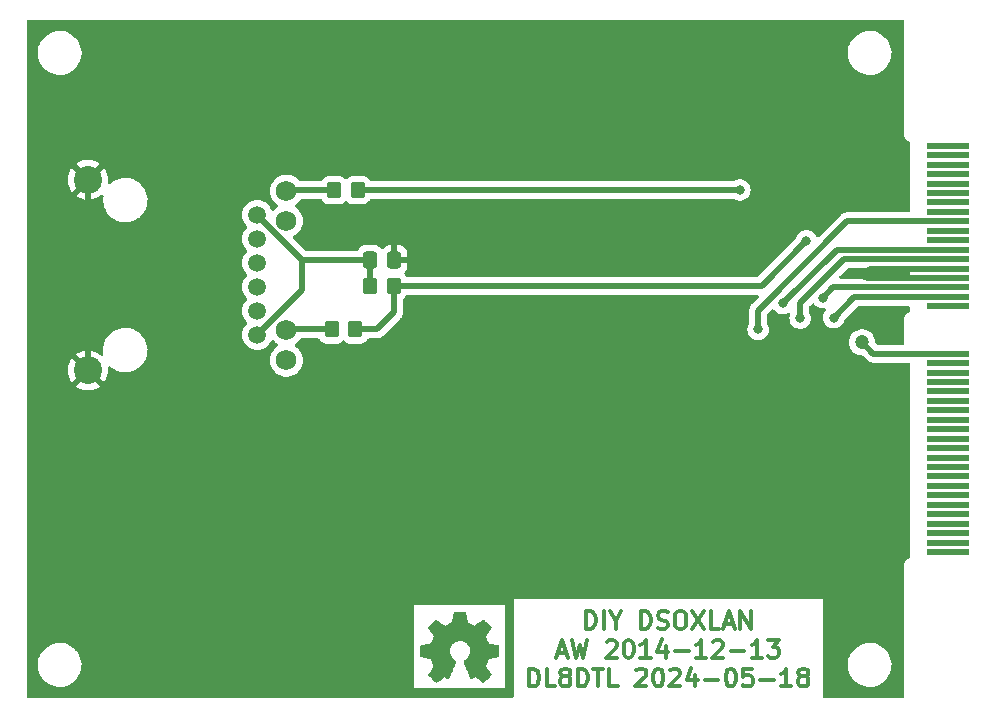
<source format=gbr>
%TF.GenerationSoftware,KiCad,Pcbnew,7.0.2*%
%TF.CreationDate,2024-05-18T23:20:31+02:00*%
%TF.ProjectId,dsoxlan,64736f78-6c61-46e2-9e6b-696361645f70,rev?*%
%TF.SameCoordinates,Original*%
%TF.FileFunction,Copper,L1,Top*%
%TF.FilePolarity,Positive*%
%FSLAX46Y46*%
G04 Gerber Fmt 4.6, Leading zero omitted, Abs format (unit mm)*
G04 Created by KiCad (PCBNEW 7.0.2) date 2024-05-18 23:20:31*
%MOMM*%
%LPD*%
G01*
G04 APERTURE LIST*
G04 Aperture macros list*
%AMRoundRect*
0 Rectangle with rounded corners*
0 $1 Rounding radius*
0 $2 $3 $4 $5 $6 $7 $8 $9 X,Y pos of 4 corners*
0 Add a 4 corners polygon primitive as box body*
4,1,4,$2,$3,$4,$5,$6,$7,$8,$9,$2,$3,0*
0 Add four circle primitives for the rounded corners*
1,1,$1+$1,$2,$3*
1,1,$1+$1,$4,$5*
1,1,$1+$1,$6,$7*
1,1,$1+$1,$8,$9*
0 Add four rect primitives between the rounded corners*
20,1,$1+$1,$2,$3,$4,$5,0*
20,1,$1+$1,$4,$5,$6,$7,0*
20,1,$1+$1,$6,$7,$8,$9,0*
20,1,$1+$1,$8,$9,$2,$3,0*%
G04 Aperture macros list end*
%ADD10C,0.300000*%
%TA.AperFunction,NonConductor*%
%ADD11C,0.300000*%
%TD*%
%TA.AperFunction,EtchedComponent*%
%ADD12C,0.010000*%
%TD*%
%TA.AperFunction,SMDPad,CuDef*%
%ADD13RoundRect,0.250000X0.337500X0.475000X-0.337500X0.475000X-0.337500X-0.475000X0.337500X-0.475000X0*%
%TD*%
%TA.AperFunction,ConnectorPad*%
%ADD14R,3.600000X0.550000*%
%TD*%
%TA.AperFunction,SMDPad,CuDef*%
%ADD15RoundRect,0.250000X0.350000X0.450000X-0.350000X0.450000X-0.350000X-0.450000X0.350000X-0.450000X0*%
%TD*%
%TA.AperFunction,ComponentPad*%
%ADD16C,1.520000*%
%TD*%
%TA.AperFunction,ComponentPad*%
%ADD17C,1.750000*%
%TD*%
%TA.AperFunction,ComponentPad*%
%ADD18C,2.370000*%
%TD*%
%TA.AperFunction,ViaPad*%
%ADD19C,0.800000*%
%TD*%
%TA.AperFunction,ViaPad*%
%ADD20C,1.200000*%
%TD*%
%TA.AperFunction,Conductor*%
%ADD21C,0.500000*%
%TD*%
G04 APERTURE END LIST*
D10*
D11*
X160135714Y-111263928D02*
X160135714Y-109763928D01*
X160135714Y-109763928D02*
X160492857Y-109763928D01*
X160492857Y-109763928D02*
X160707143Y-109835357D01*
X160707143Y-109835357D02*
X160850000Y-109978214D01*
X160850000Y-109978214D02*
X160921429Y-110121071D01*
X160921429Y-110121071D02*
X160992857Y-110406785D01*
X160992857Y-110406785D02*
X160992857Y-110621071D01*
X160992857Y-110621071D02*
X160921429Y-110906785D01*
X160921429Y-110906785D02*
X160850000Y-111049642D01*
X160850000Y-111049642D02*
X160707143Y-111192500D01*
X160707143Y-111192500D02*
X160492857Y-111263928D01*
X160492857Y-111263928D02*
X160135714Y-111263928D01*
X161635714Y-111263928D02*
X161635714Y-109763928D01*
X162635715Y-110549642D02*
X162635715Y-111263928D01*
X162135715Y-109763928D02*
X162635715Y-110549642D01*
X162635715Y-110549642D02*
X163135715Y-109763928D01*
X164778571Y-111263928D02*
X164778571Y-109763928D01*
X164778571Y-109763928D02*
X165135714Y-109763928D01*
X165135714Y-109763928D02*
X165350000Y-109835357D01*
X165350000Y-109835357D02*
X165492857Y-109978214D01*
X165492857Y-109978214D02*
X165564286Y-110121071D01*
X165564286Y-110121071D02*
X165635714Y-110406785D01*
X165635714Y-110406785D02*
X165635714Y-110621071D01*
X165635714Y-110621071D02*
X165564286Y-110906785D01*
X165564286Y-110906785D02*
X165492857Y-111049642D01*
X165492857Y-111049642D02*
X165350000Y-111192500D01*
X165350000Y-111192500D02*
X165135714Y-111263928D01*
X165135714Y-111263928D02*
X164778571Y-111263928D01*
X166207143Y-111192500D02*
X166421429Y-111263928D01*
X166421429Y-111263928D02*
X166778571Y-111263928D01*
X166778571Y-111263928D02*
X166921429Y-111192500D01*
X166921429Y-111192500D02*
X166992857Y-111121071D01*
X166992857Y-111121071D02*
X167064286Y-110978214D01*
X167064286Y-110978214D02*
X167064286Y-110835357D01*
X167064286Y-110835357D02*
X166992857Y-110692500D01*
X166992857Y-110692500D02*
X166921429Y-110621071D01*
X166921429Y-110621071D02*
X166778571Y-110549642D01*
X166778571Y-110549642D02*
X166492857Y-110478214D01*
X166492857Y-110478214D02*
X166350000Y-110406785D01*
X166350000Y-110406785D02*
X166278571Y-110335357D01*
X166278571Y-110335357D02*
X166207143Y-110192500D01*
X166207143Y-110192500D02*
X166207143Y-110049642D01*
X166207143Y-110049642D02*
X166278571Y-109906785D01*
X166278571Y-109906785D02*
X166350000Y-109835357D01*
X166350000Y-109835357D02*
X166492857Y-109763928D01*
X166492857Y-109763928D02*
X166850000Y-109763928D01*
X166850000Y-109763928D02*
X167064286Y-109835357D01*
X167992857Y-109763928D02*
X168278571Y-109763928D01*
X168278571Y-109763928D02*
X168421428Y-109835357D01*
X168421428Y-109835357D02*
X168564285Y-109978214D01*
X168564285Y-109978214D02*
X168635714Y-110263928D01*
X168635714Y-110263928D02*
X168635714Y-110763928D01*
X168635714Y-110763928D02*
X168564285Y-111049642D01*
X168564285Y-111049642D02*
X168421428Y-111192500D01*
X168421428Y-111192500D02*
X168278571Y-111263928D01*
X168278571Y-111263928D02*
X167992857Y-111263928D01*
X167992857Y-111263928D02*
X167850000Y-111192500D01*
X167850000Y-111192500D02*
X167707142Y-111049642D01*
X167707142Y-111049642D02*
X167635714Y-110763928D01*
X167635714Y-110763928D02*
X167635714Y-110263928D01*
X167635714Y-110263928D02*
X167707142Y-109978214D01*
X167707142Y-109978214D02*
X167850000Y-109835357D01*
X167850000Y-109835357D02*
X167992857Y-109763928D01*
X169135714Y-109763928D02*
X170135714Y-111263928D01*
X170135714Y-109763928D02*
X169135714Y-111263928D01*
X171421428Y-111263928D02*
X170707142Y-111263928D01*
X170707142Y-111263928D02*
X170707142Y-109763928D01*
X171850000Y-110835357D02*
X172564286Y-110835357D01*
X171707143Y-111263928D02*
X172207143Y-109763928D01*
X172207143Y-109763928D02*
X172707143Y-111263928D01*
X173207142Y-111263928D02*
X173207142Y-109763928D01*
X173207142Y-109763928D02*
X174064285Y-111263928D01*
X174064285Y-111263928D02*
X174064285Y-109763928D01*
X157742859Y-113265357D02*
X158457145Y-113265357D01*
X157600002Y-113693928D02*
X158100002Y-112193928D01*
X158100002Y-112193928D02*
X158600002Y-113693928D01*
X158957144Y-112193928D02*
X159314287Y-113693928D01*
X159314287Y-113693928D02*
X159600001Y-112622500D01*
X159600001Y-112622500D02*
X159885716Y-113693928D01*
X159885716Y-113693928D02*
X160242859Y-112193928D01*
X161885716Y-112336785D02*
X161957144Y-112265357D01*
X161957144Y-112265357D02*
X162100002Y-112193928D01*
X162100002Y-112193928D02*
X162457144Y-112193928D01*
X162457144Y-112193928D02*
X162600002Y-112265357D01*
X162600002Y-112265357D02*
X162671430Y-112336785D01*
X162671430Y-112336785D02*
X162742859Y-112479642D01*
X162742859Y-112479642D02*
X162742859Y-112622500D01*
X162742859Y-112622500D02*
X162671430Y-112836785D01*
X162671430Y-112836785D02*
X161814287Y-113693928D01*
X161814287Y-113693928D02*
X162742859Y-113693928D01*
X163671430Y-112193928D02*
X163814287Y-112193928D01*
X163814287Y-112193928D02*
X163957144Y-112265357D01*
X163957144Y-112265357D02*
X164028573Y-112336785D01*
X164028573Y-112336785D02*
X164100001Y-112479642D01*
X164100001Y-112479642D02*
X164171430Y-112765357D01*
X164171430Y-112765357D02*
X164171430Y-113122500D01*
X164171430Y-113122500D02*
X164100001Y-113408214D01*
X164100001Y-113408214D02*
X164028573Y-113551071D01*
X164028573Y-113551071D02*
X163957144Y-113622500D01*
X163957144Y-113622500D02*
X163814287Y-113693928D01*
X163814287Y-113693928D02*
X163671430Y-113693928D01*
X163671430Y-113693928D02*
X163528573Y-113622500D01*
X163528573Y-113622500D02*
X163457144Y-113551071D01*
X163457144Y-113551071D02*
X163385715Y-113408214D01*
X163385715Y-113408214D02*
X163314287Y-113122500D01*
X163314287Y-113122500D02*
X163314287Y-112765357D01*
X163314287Y-112765357D02*
X163385715Y-112479642D01*
X163385715Y-112479642D02*
X163457144Y-112336785D01*
X163457144Y-112336785D02*
X163528573Y-112265357D01*
X163528573Y-112265357D02*
X163671430Y-112193928D01*
X165600001Y-113693928D02*
X164742858Y-113693928D01*
X165171429Y-113693928D02*
X165171429Y-112193928D01*
X165171429Y-112193928D02*
X165028572Y-112408214D01*
X165028572Y-112408214D02*
X164885715Y-112551071D01*
X164885715Y-112551071D02*
X164742858Y-112622500D01*
X166885715Y-112693928D02*
X166885715Y-113693928D01*
X166528572Y-112122500D02*
X166171429Y-113193928D01*
X166171429Y-113193928D02*
X167100000Y-113193928D01*
X167671428Y-113122500D02*
X168814286Y-113122500D01*
X170314286Y-113693928D02*
X169457143Y-113693928D01*
X169885714Y-113693928D02*
X169885714Y-112193928D01*
X169885714Y-112193928D02*
X169742857Y-112408214D01*
X169742857Y-112408214D02*
X169600000Y-112551071D01*
X169600000Y-112551071D02*
X169457143Y-112622500D01*
X170885714Y-112336785D02*
X170957142Y-112265357D01*
X170957142Y-112265357D02*
X171100000Y-112193928D01*
X171100000Y-112193928D02*
X171457142Y-112193928D01*
X171457142Y-112193928D02*
X171600000Y-112265357D01*
X171600000Y-112265357D02*
X171671428Y-112336785D01*
X171671428Y-112336785D02*
X171742857Y-112479642D01*
X171742857Y-112479642D02*
X171742857Y-112622500D01*
X171742857Y-112622500D02*
X171671428Y-112836785D01*
X171671428Y-112836785D02*
X170814285Y-113693928D01*
X170814285Y-113693928D02*
X171742857Y-113693928D01*
X172385713Y-113122500D02*
X173528571Y-113122500D01*
X175028571Y-113693928D02*
X174171428Y-113693928D01*
X174599999Y-113693928D02*
X174599999Y-112193928D01*
X174599999Y-112193928D02*
X174457142Y-112408214D01*
X174457142Y-112408214D02*
X174314285Y-112551071D01*
X174314285Y-112551071D02*
X174171428Y-112622500D01*
X175528570Y-112193928D02*
X176457142Y-112193928D01*
X176457142Y-112193928D02*
X175957142Y-112765357D01*
X175957142Y-112765357D02*
X176171427Y-112765357D01*
X176171427Y-112765357D02*
X176314285Y-112836785D01*
X176314285Y-112836785D02*
X176385713Y-112908214D01*
X176385713Y-112908214D02*
X176457142Y-113051071D01*
X176457142Y-113051071D02*
X176457142Y-113408214D01*
X176457142Y-113408214D02*
X176385713Y-113551071D01*
X176385713Y-113551071D02*
X176314285Y-113622500D01*
X176314285Y-113622500D02*
X176171427Y-113693928D01*
X176171427Y-113693928D02*
X175742856Y-113693928D01*
X175742856Y-113693928D02*
X175599999Y-113622500D01*
X175599999Y-113622500D02*
X175528570Y-113551071D01*
X155314287Y-116123928D02*
X155314287Y-114623928D01*
X155314287Y-114623928D02*
X155671430Y-114623928D01*
X155671430Y-114623928D02*
X155885716Y-114695357D01*
X155885716Y-114695357D02*
X156028573Y-114838214D01*
X156028573Y-114838214D02*
X156100002Y-114981071D01*
X156100002Y-114981071D02*
X156171430Y-115266785D01*
X156171430Y-115266785D02*
X156171430Y-115481071D01*
X156171430Y-115481071D02*
X156100002Y-115766785D01*
X156100002Y-115766785D02*
X156028573Y-115909642D01*
X156028573Y-115909642D02*
X155885716Y-116052500D01*
X155885716Y-116052500D02*
X155671430Y-116123928D01*
X155671430Y-116123928D02*
X155314287Y-116123928D01*
X157528573Y-116123928D02*
X156814287Y-116123928D01*
X156814287Y-116123928D02*
X156814287Y-114623928D01*
X158242859Y-115266785D02*
X158100002Y-115195357D01*
X158100002Y-115195357D02*
X158028573Y-115123928D01*
X158028573Y-115123928D02*
X157957145Y-114981071D01*
X157957145Y-114981071D02*
X157957145Y-114909642D01*
X157957145Y-114909642D02*
X158028573Y-114766785D01*
X158028573Y-114766785D02*
X158100002Y-114695357D01*
X158100002Y-114695357D02*
X158242859Y-114623928D01*
X158242859Y-114623928D02*
X158528573Y-114623928D01*
X158528573Y-114623928D02*
X158671431Y-114695357D01*
X158671431Y-114695357D02*
X158742859Y-114766785D01*
X158742859Y-114766785D02*
X158814288Y-114909642D01*
X158814288Y-114909642D02*
X158814288Y-114981071D01*
X158814288Y-114981071D02*
X158742859Y-115123928D01*
X158742859Y-115123928D02*
X158671431Y-115195357D01*
X158671431Y-115195357D02*
X158528573Y-115266785D01*
X158528573Y-115266785D02*
X158242859Y-115266785D01*
X158242859Y-115266785D02*
X158100002Y-115338214D01*
X158100002Y-115338214D02*
X158028573Y-115409642D01*
X158028573Y-115409642D02*
X157957145Y-115552500D01*
X157957145Y-115552500D02*
X157957145Y-115838214D01*
X157957145Y-115838214D02*
X158028573Y-115981071D01*
X158028573Y-115981071D02*
X158100002Y-116052500D01*
X158100002Y-116052500D02*
X158242859Y-116123928D01*
X158242859Y-116123928D02*
X158528573Y-116123928D01*
X158528573Y-116123928D02*
X158671431Y-116052500D01*
X158671431Y-116052500D02*
X158742859Y-115981071D01*
X158742859Y-115981071D02*
X158814288Y-115838214D01*
X158814288Y-115838214D02*
X158814288Y-115552500D01*
X158814288Y-115552500D02*
X158742859Y-115409642D01*
X158742859Y-115409642D02*
X158671431Y-115338214D01*
X158671431Y-115338214D02*
X158528573Y-115266785D01*
X159457144Y-116123928D02*
X159457144Y-114623928D01*
X159457144Y-114623928D02*
X159814287Y-114623928D01*
X159814287Y-114623928D02*
X160028573Y-114695357D01*
X160028573Y-114695357D02*
X160171430Y-114838214D01*
X160171430Y-114838214D02*
X160242859Y-114981071D01*
X160242859Y-114981071D02*
X160314287Y-115266785D01*
X160314287Y-115266785D02*
X160314287Y-115481071D01*
X160314287Y-115481071D02*
X160242859Y-115766785D01*
X160242859Y-115766785D02*
X160171430Y-115909642D01*
X160171430Y-115909642D02*
X160028573Y-116052500D01*
X160028573Y-116052500D02*
X159814287Y-116123928D01*
X159814287Y-116123928D02*
X159457144Y-116123928D01*
X160742859Y-114623928D02*
X161600002Y-114623928D01*
X161171430Y-116123928D02*
X161171430Y-114623928D01*
X162814287Y-116123928D02*
X162100001Y-116123928D01*
X162100001Y-116123928D02*
X162100001Y-114623928D01*
X164385716Y-114766785D02*
X164457144Y-114695357D01*
X164457144Y-114695357D02*
X164600002Y-114623928D01*
X164600002Y-114623928D02*
X164957144Y-114623928D01*
X164957144Y-114623928D02*
X165100002Y-114695357D01*
X165100002Y-114695357D02*
X165171430Y-114766785D01*
X165171430Y-114766785D02*
X165242859Y-114909642D01*
X165242859Y-114909642D02*
X165242859Y-115052500D01*
X165242859Y-115052500D02*
X165171430Y-115266785D01*
X165171430Y-115266785D02*
X164314287Y-116123928D01*
X164314287Y-116123928D02*
X165242859Y-116123928D01*
X166171430Y-114623928D02*
X166314287Y-114623928D01*
X166314287Y-114623928D02*
X166457144Y-114695357D01*
X166457144Y-114695357D02*
X166528573Y-114766785D01*
X166528573Y-114766785D02*
X166600001Y-114909642D01*
X166600001Y-114909642D02*
X166671430Y-115195357D01*
X166671430Y-115195357D02*
X166671430Y-115552500D01*
X166671430Y-115552500D02*
X166600001Y-115838214D01*
X166600001Y-115838214D02*
X166528573Y-115981071D01*
X166528573Y-115981071D02*
X166457144Y-116052500D01*
X166457144Y-116052500D02*
X166314287Y-116123928D01*
X166314287Y-116123928D02*
X166171430Y-116123928D01*
X166171430Y-116123928D02*
X166028573Y-116052500D01*
X166028573Y-116052500D02*
X165957144Y-115981071D01*
X165957144Y-115981071D02*
X165885715Y-115838214D01*
X165885715Y-115838214D02*
X165814287Y-115552500D01*
X165814287Y-115552500D02*
X165814287Y-115195357D01*
X165814287Y-115195357D02*
X165885715Y-114909642D01*
X165885715Y-114909642D02*
X165957144Y-114766785D01*
X165957144Y-114766785D02*
X166028573Y-114695357D01*
X166028573Y-114695357D02*
X166171430Y-114623928D01*
X167242858Y-114766785D02*
X167314286Y-114695357D01*
X167314286Y-114695357D02*
X167457144Y-114623928D01*
X167457144Y-114623928D02*
X167814286Y-114623928D01*
X167814286Y-114623928D02*
X167957144Y-114695357D01*
X167957144Y-114695357D02*
X168028572Y-114766785D01*
X168028572Y-114766785D02*
X168100001Y-114909642D01*
X168100001Y-114909642D02*
X168100001Y-115052500D01*
X168100001Y-115052500D02*
X168028572Y-115266785D01*
X168028572Y-115266785D02*
X167171429Y-116123928D01*
X167171429Y-116123928D02*
X168100001Y-116123928D01*
X169385715Y-115123928D02*
X169385715Y-116123928D01*
X169028572Y-114552500D02*
X168671429Y-115623928D01*
X168671429Y-115623928D02*
X169600000Y-115623928D01*
X170171428Y-115552500D02*
X171314286Y-115552500D01*
X172314286Y-114623928D02*
X172457143Y-114623928D01*
X172457143Y-114623928D02*
X172600000Y-114695357D01*
X172600000Y-114695357D02*
X172671429Y-114766785D01*
X172671429Y-114766785D02*
X172742857Y-114909642D01*
X172742857Y-114909642D02*
X172814286Y-115195357D01*
X172814286Y-115195357D02*
X172814286Y-115552500D01*
X172814286Y-115552500D02*
X172742857Y-115838214D01*
X172742857Y-115838214D02*
X172671429Y-115981071D01*
X172671429Y-115981071D02*
X172600000Y-116052500D01*
X172600000Y-116052500D02*
X172457143Y-116123928D01*
X172457143Y-116123928D02*
X172314286Y-116123928D01*
X172314286Y-116123928D02*
X172171429Y-116052500D01*
X172171429Y-116052500D02*
X172100000Y-115981071D01*
X172100000Y-115981071D02*
X172028571Y-115838214D01*
X172028571Y-115838214D02*
X171957143Y-115552500D01*
X171957143Y-115552500D02*
X171957143Y-115195357D01*
X171957143Y-115195357D02*
X172028571Y-114909642D01*
X172028571Y-114909642D02*
X172100000Y-114766785D01*
X172100000Y-114766785D02*
X172171429Y-114695357D01*
X172171429Y-114695357D02*
X172314286Y-114623928D01*
X174171428Y-114623928D02*
X173457142Y-114623928D01*
X173457142Y-114623928D02*
X173385714Y-115338214D01*
X173385714Y-115338214D02*
X173457142Y-115266785D01*
X173457142Y-115266785D02*
X173600000Y-115195357D01*
X173600000Y-115195357D02*
X173957142Y-115195357D01*
X173957142Y-115195357D02*
X174100000Y-115266785D01*
X174100000Y-115266785D02*
X174171428Y-115338214D01*
X174171428Y-115338214D02*
X174242857Y-115481071D01*
X174242857Y-115481071D02*
X174242857Y-115838214D01*
X174242857Y-115838214D02*
X174171428Y-115981071D01*
X174171428Y-115981071D02*
X174100000Y-116052500D01*
X174100000Y-116052500D02*
X173957142Y-116123928D01*
X173957142Y-116123928D02*
X173600000Y-116123928D01*
X173600000Y-116123928D02*
X173457142Y-116052500D01*
X173457142Y-116052500D02*
X173385714Y-115981071D01*
X174885713Y-115552500D02*
X176028571Y-115552500D01*
X177528571Y-116123928D02*
X176671428Y-116123928D01*
X177099999Y-116123928D02*
X177099999Y-114623928D01*
X177099999Y-114623928D02*
X176957142Y-114838214D01*
X176957142Y-114838214D02*
X176814285Y-114981071D01*
X176814285Y-114981071D02*
X176671428Y-115052500D01*
X178385713Y-115266785D02*
X178242856Y-115195357D01*
X178242856Y-115195357D02*
X178171427Y-115123928D01*
X178171427Y-115123928D02*
X178099999Y-114981071D01*
X178099999Y-114981071D02*
X178099999Y-114909642D01*
X178099999Y-114909642D02*
X178171427Y-114766785D01*
X178171427Y-114766785D02*
X178242856Y-114695357D01*
X178242856Y-114695357D02*
X178385713Y-114623928D01*
X178385713Y-114623928D02*
X178671427Y-114623928D01*
X178671427Y-114623928D02*
X178814285Y-114695357D01*
X178814285Y-114695357D02*
X178885713Y-114766785D01*
X178885713Y-114766785D02*
X178957142Y-114909642D01*
X178957142Y-114909642D02*
X178957142Y-114981071D01*
X178957142Y-114981071D02*
X178885713Y-115123928D01*
X178885713Y-115123928D02*
X178814285Y-115195357D01*
X178814285Y-115195357D02*
X178671427Y-115266785D01*
X178671427Y-115266785D02*
X178385713Y-115266785D01*
X178385713Y-115266785D02*
X178242856Y-115338214D01*
X178242856Y-115338214D02*
X178171427Y-115409642D01*
X178171427Y-115409642D02*
X178099999Y-115552500D01*
X178099999Y-115552500D02*
X178099999Y-115838214D01*
X178099999Y-115838214D02*
X178171427Y-115981071D01*
X178171427Y-115981071D02*
X178242856Y-116052500D01*
X178242856Y-116052500D02*
X178385713Y-116123928D01*
X178385713Y-116123928D02*
X178671427Y-116123928D01*
X178671427Y-116123928D02*
X178814285Y-116052500D01*
X178814285Y-116052500D02*
X178885713Y-115981071D01*
X178885713Y-115981071D02*
X178957142Y-115838214D01*
X178957142Y-115838214D02*
X178957142Y-115552500D01*
X178957142Y-115552500D02*
X178885713Y-115409642D01*
X178885713Y-115409642D02*
X178814285Y-115338214D01*
X178814285Y-115338214D02*
X178671427Y-115266785D01*
%TO.C,SYM101*%
D12*
X149955814Y-110268931D02*
X150039635Y-110713555D01*
X150348920Y-110841053D01*
X150658206Y-110968551D01*
X151029246Y-110716246D01*
X151133157Y-110645996D01*
X151227087Y-110583272D01*
X151306652Y-110530938D01*
X151367470Y-110491857D01*
X151405157Y-110468893D01*
X151415421Y-110463942D01*
X151433910Y-110476676D01*
X151473420Y-110511882D01*
X151529522Y-110565062D01*
X151597787Y-110631718D01*
X151673786Y-110707354D01*
X151753092Y-110787472D01*
X151831275Y-110867574D01*
X151903907Y-110943164D01*
X151966559Y-111009745D01*
X152014803Y-111062818D01*
X152044210Y-111097887D01*
X152051241Y-111109623D01*
X152041123Y-111131260D01*
X152012759Y-111178662D01*
X151969129Y-111247193D01*
X151913218Y-111332215D01*
X151848006Y-111429093D01*
X151810219Y-111484350D01*
X151741343Y-111585248D01*
X151680140Y-111676299D01*
X151629578Y-111752970D01*
X151592628Y-111810728D01*
X151572258Y-111845043D01*
X151569197Y-111852254D01*
X151576136Y-111872748D01*
X151595051Y-111920513D01*
X151623087Y-111988832D01*
X151657391Y-112070989D01*
X151695109Y-112160270D01*
X151733387Y-112249958D01*
X151769370Y-112333338D01*
X151800206Y-112403694D01*
X151823039Y-112454310D01*
X151835017Y-112478471D01*
X151835724Y-112479422D01*
X151854531Y-112484036D01*
X151904618Y-112494328D01*
X151980793Y-112509287D01*
X152077865Y-112527901D01*
X152190643Y-112549159D01*
X152256442Y-112561418D01*
X152376950Y-112584362D01*
X152485797Y-112606195D01*
X152577476Y-112625722D01*
X152646481Y-112641748D01*
X152687304Y-112653079D01*
X152695511Y-112656674D01*
X152703548Y-112681006D01*
X152710033Y-112735959D01*
X152714970Y-112815108D01*
X152718364Y-112912026D01*
X152720218Y-113020287D01*
X152720538Y-113133465D01*
X152719327Y-113245135D01*
X152716590Y-113348868D01*
X152712331Y-113438241D01*
X152706555Y-113506826D01*
X152699267Y-113548197D01*
X152694895Y-113556810D01*
X152668764Y-113567133D01*
X152613393Y-113581892D01*
X152536107Y-113599352D01*
X152444230Y-113617780D01*
X152412158Y-113623741D01*
X152257524Y-113652066D01*
X152135375Y-113674876D01*
X152041673Y-113693080D01*
X151972384Y-113707583D01*
X151923471Y-113719292D01*
X151890897Y-113729115D01*
X151870628Y-113737956D01*
X151858626Y-113746724D01*
X151856947Y-113748457D01*
X151840184Y-113776371D01*
X151814614Y-113830695D01*
X151782788Y-113904777D01*
X151747260Y-113991965D01*
X151710583Y-114085608D01*
X151675311Y-114179052D01*
X151643996Y-114265647D01*
X151619193Y-114338740D01*
X151603454Y-114391678D01*
X151599332Y-114417811D01*
X151599676Y-114418726D01*
X151613641Y-114440086D01*
X151645322Y-114487084D01*
X151691391Y-114554827D01*
X151748518Y-114638423D01*
X151813373Y-114732982D01*
X151831843Y-114759854D01*
X151897699Y-114857275D01*
X151955650Y-114946163D01*
X152002538Y-115021412D01*
X152035207Y-115077920D01*
X152050500Y-115110581D01*
X152051241Y-115114593D01*
X152038392Y-115135684D01*
X152002888Y-115177464D01*
X151949293Y-115235445D01*
X151882171Y-115305135D01*
X151806087Y-115382045D01*
X151725604Y-115461683D01*
X151645287Y-115539561D01*
X151569699Y-115611186D01*
X151503405Y-115672070D01*
X151450969Y-115717721D01*
X151416955Y-115743650D01*
X151407545Y-115747883D01*
X151385643Y-115737912D01*
X151340800Y-115711020D01*
X151280321Y-115671736D01*
X151233789Y-115640117D01*
X151149475Y-115582098D01*
X151049626Y-115513784D01*
X150949473Y-115445579D01*
X150895627Y-115409075D01*
X150713371Y-115285800D01*
X150560381Y-115368520D01*
X150490682Y-115404759D01*
X150431414Y-115432926D01*
X150391311Y-115448991D01*
X150381103Y-115451226D01*
X150368829Y-115434722D01*
X150344613Y-115388082D01*
X150310263Y-115315609D01*
X150267588Y-115221606D01*
X150218394Y-115110374D01*
X150164490Y-114986215D01*
X150107684Y-114853432D01*
X150049782Y-114716327D01*
X149992593Y-114579202D01*
X149937924Y-114446358D01*
X149887584Y-114322098D01*
X149843380Y-114210725D01*
X149807119Y-114116539D01*
X149780609Y-114043844D01*
X149765658Y-113996941D01*
X149763254Y-113980833D01*
X149782311Y-113960286D01*
X149824036Y-113926933D01*
X149879706Y-113887702D01*
X149884378Y-113884599D01*
X150028264Y-113769423D01*
X150144283Y-113635053D01*
X150231430Y-113485784D01*
X150288699Y-113325913D01*
X150315086Y-113159737D01*
X150309585Y-112991552D01*
X150271190Y-112825655D01*
X150198895Y-112666342D01*
X150177626Y-112631487D01*
X150066996Y-112490737D01*
X149936302Y-112377714D01*
X149790064Y-112293003D01*
X149632808Y-112237194D01*
X149469057Y-112210874D01*
X149303333Y-112214630D01*
X149140162Y-112249050D01*
X148984065Y-112314723D01*
X148839567Y-112412235D01*
X148794869Y-112451813D01*
X148681112Y-112575703D01*
X148598218Y-112706124D01*
X148541356Y-112852315D01*
X148509687Y-112997088D01*
X148501869Y-113159860D01*
X148527938Y-113323440D01*
X148585245Y-113482298D01*
X148671144Y-113630906D01*
X148782986Y-113763735D01*
X148918123Y-113875256D01*
X148935883Y-113887011D01*
X148992150Y-113925508D01*
X149034923Y-113958863D01*
X149055372Y-113980160D01*
X149055669Y-113980833D01*
X149051279Y-114003871D01*
X149033876Y-114056157D01*
X149005268Y-114133390D01*
X148967265Y-114231268D01*
X148921674Y-114345491D01*
X148870303Y-114471758D01*
X148814962Y-114605767D01*
X148757458Y-114743218D01*
X148699601Y-114879808D01*
X148643198Y-115011237D01*
X148590058Y-115133205D01*
X148541990Y-115241409D01*
X148500801Y-115331549D01*
X148468301Y-115399323D01*
X148446297Y-115440430D01*
X148437436Y-115451226D01*
X148410360Y-115442819D01*
X148359697Y-115420272D01*
X148294183Y-115387613D01*
X148258159Y-115368520D01*
X148105168Y-115285800D01*
X147922912Y-115409075D01*
X147829875Y-115472228D01*
X147728015Y-115541727D01*
X147632562Y-115607165D01*
X147584750Y-115640117D01*
X147517505Y-115685273D01*
X147460564Y-115721057D01*
X147421354Y-115742938D01*
X147408619Y-115747563D01*
X147390083Y-115735085D01*
X147349059Y-115700252D01*
X147289525Y-115646678D01*
X147215458Y-115577983D01*
X147130835Y-115497781D01*
X147077315Y-115446286D01*
X146983681Y-115354286D01*
X146902759Y-115271999D01*
X146837823Y-115202945D01*
X146792142Y-115150644D01*
X146768989Y-115118616D01*
X146766768Y-115112116D01*
X146777076Y-115087394D01*
X146805561Y-115037405D01*
X146849063Y-114967212D01*
X146904423Y-114881875D01*
X146968480Y-114786456D01*
X146986697Y-114759854D01*
X147053073Y-114663167D01*
X147112622Y-114576117D01*
X147162016Y-114503595D01*
X147197925Y-114450493D01*
X147217019Y-114421703D01*
X147218864Y-114418726D01*
X147216105Y-114395782D01*
X147201462Y-114345336D01*
X147177487Y-114274041D01*
X147146734Y-114188547D01*
X147111756Y-114095507D01*
X147075107Y-114001574D01*
X147039339Y-113913399D01*
X147007006Y-113837634D01*
X146980662Y-113780931D01*
X146962858Y-113749943D01*
X146961593Y-113748457D01*
X146950706Y-113739601D01*
X146932318Y-113730843D01*
X146902394Y-113721277D01*
X146856897Y-113709996D01*
X146791791Y-113696093D01*
X146703039Y-113678663D01*
X146586607Y-113656798D01*
X146438458Y-113629591D01*
X146406382Y-113623741D01*
X146311314Y-113605374D01*
X146228435Y-113587405D01*
X146165070Y-113571569D01*
X146128542Y-113559600D01*
X146123644Y-113556810D01*
X146115573Y-113532072D01*
X146109013Y-113476790D01*
X146103967Y-113397389D01*
X146100441Y-113300296D01*
X146098439Y-113191938D01*
X146097964Y-113078740D01*
X146099023Y-112967128D01*
X146101618Y-112863529D01*
X146105754Y-112774368D01*
X146111437Y-112706072D01*
X146118669Y-112665066D01*
X146123029Y-112656674D01*
X146147302Y-112648208D01*
X146202574Y-112634435D01*
X146283338Y-112616550D01*
X146384088Y-112595748D01*
X146499317Y-112573223D01*
X146562098Y-112561418D01*
X146681213Y-112539151D01*
X146787435Y-112518979D01*
X146875573Y-112501915D01*
X146940434Y-112488969D01*
X146976826Y-112481155D01*
X146982816Y-112479422D01*
X146992939Y-112459890D01*
X147014338Y-112412843D01*
X147044161Y-112345003D01*
X147079555Y-112263091D01*
X147117668Y-112173828D01*
X147155647Y-112083935D01*
X147190640Y-112000135D01*
X147219794Y-111929147D01*
X147240257Y-111877694D01*
X147249177Y-111852497D01*
X147249343Y-111851396D01*
X147239231Y-111831519D01*
X147210883Y-111785777D01*
X147167277Y-111718717D01*
X147111394Y-111634884D01*
X147046213Y-111538826D01*
X147008321Y-111483650D01*
X146939275Y-111382481D01*
X146877950Y-111290630D01*
X146827337Y-111212744D01*
X146790429Y-111153469D01*
X146770218Y-111117451D01*
X146767299Y-111109377D01*
X146779847Y-111090584D01*
X146814537Y-111050457D01*
X146866937Y-110993493D01*
X146932616Y-110924185D01*
X147007144Y-110847031D01*
X147086087Y-110766525D01*
X147165017Y-110687163D01*
X147239500Y-110613440D01*
X147305106Y-110549852D01*
X147357404Y-110500894D01*
X147391961Y-110471061D01*
X147403522Y-110463942D01*
X147422346Y-110473953D01*
X147467369Y-110502078D01*
X147534213Y-110545454D01*
X147618501Y-110601218D01*
X147715856Y-110666506D01*
X147789293Y-110716246D01*
X148160333Y-110968551D01*
X148778905Y-110713555D01*
X148862725Y-110268931D01*
X148946546Y-109824307D01*
X149871994Y-109824307D01*
X149955814Y-110268931D01*
%TA.AperFunction,EtchedComponent*%
G36*
X149955814Y-110268931D02*
G01*
X150039635Y-110713555D01*
X150348920Y-110841053D01*
X150658206Y-110968551D01*
X151029246Y-110716246D01*
X151133157Y-110645996D01*
X151227087Y-110583272D01*
X151306652Y-110530938D01*
X151367470Y-110491857D01*
X151405157Y-110468893D01*
X151415421Y-110463942D01*
X151433910Y-110476676D01*
X151473420Y-110511882D01*
X151529522Y-110565062D01*
X151597787Y-110631718D01*
X151673786Y-110707354D01*
X151753092Y-110787472D01*
X151831275Y-110867574D01*
X151903907Y-110943164D01*
X151966559Y-111009745D01*
X152014803Y-111062818D01*
X152044210Y-111097887D01*
X152051241Y-111109623D01*
X152041123Y-111131260D01*
X152012759Y-111178662D01*
X151969129Y-111247193D01*
X151913218Y-111332215D01*
X151848006Y-111429093D01*
X151810219Y-111484350D01*
X151741343Y-111585248D01*
X151680140Y-111676299D01*
X151629578Y-111752970D01*
X151592628Y-111810728D01*
X151572258Y-111845043D01*
X151569197Y-111852254D01*
X151576136Y-111872748D01*
X151595051Y-111920513D01*
X151623087Y-111988832D01*
X151657391Y-112070989D01*
X151695109Y-112160270D01*
X151733387Y-112249958D01*
X151769370Y-112333338D01*
X151800206Y-112403694D01*
X151823039Y-112454310D01*
X151835017Y-112478471D01*
X151835724Y-112479422D01*
X151854531Y-112484036D01*
X151904618Y-112494328D01*
X151980793Y-112509287D01*
X152077865Y-112527901D01*
X152190643Y-112549159D01*
X152256442Y-112561418D01*
X152376950Y-112584362D01*
X152485797Y-112606195D01*
X152577476Y-112625722D01*
X152646481Y-112641748D01*
X152687304Y-112653079D01*
X152695511Y-112656674D01*
X152703548Y-112681006D01*
X152710033Y-112735959D01*
X152714970Y-112815108D01*
X152718364Y-112912026D01*
X152720218Y-113020287D01*
X152720538Y-113133465D01*
X152719327Y-113245135D01*
X152716590Y-113348868D01*
X152712331Y-113438241D01*
X152706555Y-113506826D01*
X152699267Y-113548197D01*
X152694895Y-113556810D01*
X152668764Y-113567133D01*
X152613393Y-113581892D01*
X152536107Y-113599352D01*
X152444230Y-113617780D01*
X152412158Y-113623741D01*
X152257524Y-113652066D01*
X152135375Y-113674876D01*
X152041673Y-113693080D01*
X151972384Y-113707583D01*
X151923471Y-113719292D01*
X151890897Y-113729115D01*
X151870628Y-113737956D01*
X151858626Y-113746724D01*
X151856947Y-113748457D01*
X151840184Y-113776371D01*
X151814614Y-113830695D01*
X151782788Y-113904777D01*
X151747260Y-113991965D01*
X151710583Y-114085608D01*
X151675311Y-114179052D01*
X151643996Y-114265647D01*
X151619193Y-114338740D01*
X151603454Y-114391678D01*
X151599332Y-114417811D01*
X151599676Y-114418726D01*
X151613641Y-114440086D01*
X151645322Y-114487084D01*
X151691391Y-114554827D01*
X151748518Y-114638423D01*
X151813373Y-114732982D01*
X151831843Y-114759854D01*
X151897699Y-114857275D01*
X151955650Y-114946163D01*
X152002538Y-115021412D01*
X152035207Y-115077920D01*
X152050500Y-115110581D01*
X152051241Y-115114593D01*
X152038392Y-115135684D01*
X152002888Y-115177464D01*
X151949293Y-115235445D01*
X151882171Y-115305135D01*
X151806087Y-115382045D01*
X151725604Y-115461683D01*
X151645287Y-115539561D01*
X151569699Y-115611186D01*
X151503405Y-115672070D01*
X151450969Y-115717721D01*
X151416955Y-115743650D01*
X151407545Y-115747883D01*
X151385643Y-115737912D01*
X151340800Y-115711020D01*
X151280321Y-115671736D01*
X151233789Y-115640117D01*
X151149475Y-115582098D01*
X151049626Y-115513784D01*
X150949473Y-115445579D01*
X150895627Y-115409075D01*
X150713371Y-115285800D01*
X150560381Y-115368520D01*
X150490682Y-115404759D01*
X150431414Y-115432926D01*
X150391311Y-115448991D01*
X150381103Y-115451226D01*
X150368829Y-115434722D01*
X150344613Y-115388082D01*
X150310263Y-115315609D01*
X150267588Y-115221606D01*
X150218394Y-115110374D01*
X150164490Y-114986215D01*
X150107684Y-114853432D01*
X150049782Y-114716327D01*
X149992593Y-114579202D01*
X149937924Y-114446358D01*
X149887584Y-114322098D01*
X149843380Y-114210725D01*
X149807119Y-114116539D01*
X149780609Y-114043844D01*
X149765658Y-113996941D01*
X149763254Y-113980833D01*
X149782311Y-113960286D01*
X149824036Y-113926933D01*
X149879706Y-113887702D01*
X149884378Y-113884599D01*
X150028264Y-113769423D01*
X150144283Y-113635053D01*
X150231430Y-113485784D01*
X150288699Y-113325913D01*
X150315086Y-113159737D01*
X150309585Y-112991552D01*
X150271190Y-112825655D01*
X150198895Y-112666342D01*
X150177626Y-112631487D01*
X150066996Y-112490737D01*
X149936302Y-112377714D01*
X149790064Y-112293003D01*
X149632808Y-112237194D01*
X149469057Y-112210874D01*
X149303333Y-112214630D01*
X149140162Y-112249050D01*
X148984065Y-112314723D01*
X148839567Y-112412235D01*
X148794869Y-112451813D01*
X148681112Y-112575703D01*
X148598218Y-112706124D01*
X148541356Y-112852315D01*
X148509687Y-112997088D01*
X148501869Y-113159860D01*
X148527938Y-113323440D01*
X148585245Y-113482298D01*
X148671144Y-113630906D01*
X148782986Y-113763735D01*
X148918123Y-113875256D01*
X148935883Y-113887011D01*
X148992150Y-113925508D01*
X149034923Y-113958863D01*
X149055372Y-113980160D01*
X149055669Y-113980833D01*
X149051279Y-114003871D01*
X149033876Y-114056157D01*
X149005268Y-114133390D01*
X148967265Y-114231268D01*
X148921674Y-114345491D01*
X148870303Y-114471758D01*
X148814962Y-114605767D01*
X148757458Y-114743218D01*
X148699601Y-114879808D01*
X148643198Y-115011237D01*
X148590058Y-115133205D01*
X148541990Y-115241409D01*
X148500801Y-115331549D01*
X148468301Y-115399323D01*
X148446297Y-115440430D01*
X148437436Y-115451226D01*
X148410360Y-115442819D01*
X148359697Y-115420272D01*
X148294183Y-115387613D01*
X148258159Y-115368520D01*
X148105168Y-115285800D01*
X147922912Y-115409075D01*
X147829875Y-115472228D01*
X147728015Y-115541727D01*
X147632562Y-115607165D01*
X147584750Y-115640117D01*
X147517505Y-115685273D01*
X147460564Y-115721057D01*
X147421354Y-115742938D01*
X147408619Y-115747563D01*
X147390083Y-115735085D01*
X147349059Y-115700252D01*
X147289525Y-115646678D01*
X147215458Y-115577983D01*
X147130835Y-115497781D01*
X147077315Y-115446286D01*
X146983681Y-115354286D01*
X146902759Y-115271999D01*
X146837823Y-115202945D01*
X146792142Y-115150644D01*
X146768989Y-115118616D01*
X146766768Y-115112116D01*
X146777076Y-115087394D01*
X146805561Y-115037405D01*
X146849063Y-114967212D01*
X146904423Y-114881875D01*
X146968480Y-114786456D01*
X146986697Y-114759854D01*
X147053073Y-114663167D01*
X147112622Y-114576117D01*
X147162016Y-114503595D01*
X147197925Y-114450493D01*
X147217019Y-114421703D01*
X147218864Y-114418726D01*
X147216105Y-114395782D01*
X147201462Y-114345336D01*
X147177487Y-114274041D01*
X147146734Y-114188547D01*
X147111756Y-114095507D01*
X147075107Y-114001574D01*
X147039339Y-113913399D01*
X147007006Y-113837634D01*
X146980662Y-113780931D01*
X146962858Y-113749943D01*
X146961593Y-113748457D01*
X146950706Y-113739601D01*
X146932318Y-113730843D01*
X146902394Y-113721277D01*
X146856897Y-113709996D01*
X146791791Y-113696093D01*
X146703039Y-113678663D01*
X146586607Y-113656798D01*
X146438458Y-113629591D01*
X146406382Y-113623741D01*
X146311314Y-113605374D01*
X146228435Y-113587405D01*
X146165070Y-113571569D01*
X146128542Y-113559600D01*
X146123644Y-113556810D01*
X146115573Y-113532072D01*
X146109013Y-113476790D01*
X146103967Y-113397389D01*
X146100441Y-113300296D01*
X146098439Y-113191938D01*
X146097964Y-113078740D01*
X146099023Y-112967128D01*
X146101618Y-112863529D01*
X146105754Y-112774368D01*
X146111437Y-112706072D01*
X146118669Y-112665066D01*
X146123029Y-112656674D01*
X146147302Y-112648208D01*
X146202574Y-112634435D01*
X146283338Y-112616550D01*
X146384088Y-112595748D01*
X146499317Y-112573223D01*
X146562098Y-112561418D01*
X146681213Y-112539151D01*
X146787435Y-112518979D01*
X146875573Y-112501915D01*
X146940434Y-112488969D01*
X146976826Y-112481155D01*
X146982816Y-112479422D01*
X146992939Y-112459890D01*
X147014338Y-112412843D01*
X147044161Y-112345003D01*
X147079555Y-112263091D01*
X147117668Y-112173828D01*
X147155647Y-112083935D01*
X147190640Y-112000135D01*
X147219794Y-111929147D01*
X147240257Y-111877694D01*
X147249177Y-111852497D01*
X147249343Y-111851396D01*
X147239231Y-111831519D01*
X147210883Y-111785777D01*
X147167277Y-111718717D01*
X147111394Y-111634884D01*
X147046213Y-111538826D01*
X147008321Y-111483650D01*
X146939275Y-111382481D01*
X146877950Y-111290630D01*
X146827337Y-111212744D01*
X146790429Y-111153469D01*
X146770218Y-111117451D01*
X146767299Y-111109377D01*
X146779847Y-111090584D01*
X146814537Y-111050457D01*
X146866937Y-110993493D01*
X146932616Y-110924185D01*
X147007144Y-110847031D01*
X147086087Y-110766525D01*
X147165017Y-110687163D01*
X147239500Y-110613440D01*
X147305106Y-110549852D01*
X147357404Y-110500894D01*
X147391961Y-110471061D01*
X147403522Y-110463942D01*
X147422346Y-110473953D01*
X147467369Y-110502078D01*
X147534213Y-110545454D01*
X147618501Y-110601218D01*
X147715856Y-110666506D01*
X147789293Y-110716246D01*
X148160333Y-110968551D01*
X148778905Y-110713555D01*
X148862725Y-110268931D01*
X148946546Y-109824307D01*
X149871994Y-109824307D01*
X149955814Y-110268931D01*
G37*
%TD.AperFunction*%
%TD*%
D13*
%TO.P,C2,1*%
%TO.N,GND*%
X143912500Y-80010000D03*
%TO.P,C2,2*%
%TO.N,Net-(C2-Pad2)*%
X141837500Y-80010000D03*
%TD*%
D14*
%TO.P,P2,1,Pin_1*%
%TO.N,unconnected-(P2-Pin_1-Pad1)*%
X190754000Y-104750000D03*
%TO.P,P2,3,Pin_3*%
%TO.N,unconnected-(P2-Pin_3-Pad3)*%
X190754000Y-103950000D03*
%TO.P,P2,5,Pin_5*%
%TO.N,unconnected-(P2-Pin_5-Pad5)*%
X190754000Y-103150000D03*
%TO.P,P2,7,Pin_7*%
%TO.N,unconnected-(P2-Pin_7-Pad7)*%
X190754000Y-102350000D03*
%TO.P,P2,9,Pin_9*%
%TO.N,unconnected-(P2-Pin_9-Pad9)*%
X190754000Y-101550000D03*
%TO.P,P2,11,Pin_11*%
%TO.N,unconnected-(P2-Pin_11-Pad11)*%
X190754000Y-100750000D03*
%TO.P,P2,13,Pin_13*%
%TO.N,unconnected-(P2-Pin_13-Pad13)*%
X190754000Y-99950000D03*
%TO.P,P2,15,Pin_15*%
%TO.N,unconnected-(P2-Pin_15-Pad15)*%
X190754000Y-99150000D03*
%TO.P,P2,17,Pin_17*%
%TO.N,unconnected-(P2-Pin_17-Pad17)*%
X190754000Y-98350000D03*
%TO.P,P2,19,Pin_19*%
%TO.N,unconnected-(P2-Pin_19-Pad19)*%
X190754000Y-97550000D03*
%TO.P,P2,21,Pin_21*%
%TO.N,unconnected-(P2-Pin_21-Pad21)*%
X190754000Y-96750000D03*
%TO.P,P2,23,Pin_23*%
%TO.N,unconnected-(P2-Pin_23-Pad23)*%
X190754000Y-95950000D03*
%TO.P,P2,25,Pin_25*%
%TO.N,unconnected-(P2-Pin_25-Pad25)*%
X190754000Y-95150000D03*
%TO.P,P2,27,Pin_27*%
%TO.N,unconnected-(P2-Pin_27-Pad27)*%
X190754000Y-94350000D03*
%TO.P,P2,29,Pin_29*%
%TO.N,unconnected-(P2-Pin_29-Pad29)*%
X190754000Y-93550000D03*
%TO.P,P2,31,Pin_31*%
%TO.N,unconnected-(P2-Pin_31-Pad31)*%
X190754000Y-92750000D03*
%TO.P,P2,33,Pin_33*%
%TO.N,unconnected-(P2-Pin_33-Pad33)*%
X190754000Y-91950000D03*
%TO.P,P2,35,Pin_35*%
%TO.N,unconnected-(P2-Pin_35-Pad35)*%
X190754000Y-91150000D03*
%TO.P,P2,37,Pin_37*%
%TO.N,unconnected-(P2-Pin_37-Pad37)*%
X190754000Y-90350000D03*
%TO.P,P2,39,Pin_39*%
%TO.N,unconnected-(P2-Pin_39-Pad39)*%
X190754000Y-89550000D03*
%TO.P,P2,41,Pin_41*%
%TO.N,unconnected-(P2-Pin_41-Pad41)*%
X190754000Y-88750000D03*
%TO.P,P2,43,Pin_43*%
%TO.N,LED2*%
X190754000Y-87950000D03*
%TO.P,P2,45,Pin_45*%
%TO.N,unconnected-(P2-Pin_45-Pad45)*%
X190754000Y-83950000D03*
%TO.P,P2,47,Pin_47*%
%TO.N,TX+*%
X190754000Y-83150000D03*
%TO.P,P2,49,Pin_49*%
%TO.N,TX-*%
X190754000Y-82350000D03*
%TO.P,P2,51,Pin_51*%
%TO.N,GND*%
X190754000Y-81550000D03*
%TO.P,P2,53,Pin_53*%
X190754000Y-80750000D03*
%TO.P,P2,55,Pin_55*%
%TO.N,RX+*%
X190754000Y-79950000D03*
%TO.P,P2,57,Pin_57*%
%TO.N,RX-*%
X190754000Y-79150000D03*
%TO.P,P2,59,Pin_59*%
%TO.N,unconnected-(P2-Pin_59-Pad59)*%
X190754000Y-78350000D03*
%TO.P,P2,61,Pin_61*%
%TO.N,unconnected-(P2-Pin_61-Pad61)*%
X190754000Y-77550000D03*
%TO.P,P2,63,Pin_63*%
%TO.N,LED1*%
X190754000Y-76750000D03*
%TO.P,P2,65,Pin_65*%
%TO.N,unconnected-(P2-Pin_65-Pad65)*%
X190754000Y-75950000D03*
%TO.P,P2,67,Pin_67*%
%TO.N,unconnected-(P2-Pin_67-Pad67)*%
X190754000Y-75150000D03*
%TO.P,P2,69,Pin_69*%
%TO.N,unconnected-(P2-Pin_69-Pad69)*%
X190754000Y-74350000D03*
%TO.P,P2,71,Pin_71*%
%TO.N,unconnected-(P2-Pin_71-Pad71)*%
X190754000Y-73550000D03*
%TO.P,P2,73,Pin_73*%
%TO.N,unconnected-(P2-Pin_73-Pad73)*%
X190754000Y-72750000D03*
%TO.P,P2,75,Pin_75*%
%TO.N,unconnected-(P2-Pin_75-Pad75)*%
X190754000Y-71950000D03*
%TO.P,P2,77,Pin_77*%
%TO.N,unconnected-(P2-Pin_77-Pad77)*%
X190754000Y-71150000D03*
%TO.P,P2,79,Pin_79*%
%TO.N,unconnected-(P2-Pin_79-Pad79)*%
X190754000Y-70350000D03*
%TD*%
D15*
%TO.P,R1,1*%
%TO.N,+3.3V*%
X140600000Y-85900000D03*
%TO.P,R1,2*%
%TO.N,Net-(P1-D2)*%
X138600000Y-85900000D03*
%TD*%
%TO.P,R2,1*%
%TO.N,+3.3V*%
X140800000Y-74100000D03*
%TO.P,R2,2*%
%TO.N,Net-(P1-D4)*%
X138800000Y-74100000D03*
%TD*%
%TO.P,R3,1*%
%TO.N,+3.3V*%
X143875000Y-82200000D03*
%TO.P,R3,2*%
%TO.N,Net-(C2-Pad2)*%
X141875000Y-82200000D03*
%TD*%
D16*
%TO.P,P1,1,1*%
%TO.N,Net-(C2-Pad2)*%
X132300000Y-86360000D03*
%TO.P,P1,2,2*%
%TO.N,RX+*%
X132300000Y-84330000D03*
%TO.P,P1,3,3*%
%TO.N,RX-*%
X132300000Y-82300000D03*
%TO.P,P1,4,4*%
%TO.N,TX+*%
X132300000Y-80270000D03*
%TO.P,P1,5,5*%
%TO.N,TX-*%
X132300000Y-78240000D03*
%TO.P,P1,6,6*%
%TO.N,Net-(C2-Pad2)*%
X132300000Y-76210000D03*
D17*
%TO.P,P1,7,D1*%
%TO.N,LED1*%
X134770000Y-88510000D03*
%TO.P,P1,8,D2*%
%TO.N,Net-(P1-D2)*%
X134770000Y-85970000D03*
%TO.P,P1,9,D3*%
%TO.N,LED2*%
X134770000Y-76720000D03*
%TO.P,P1,10,D4*%
%TO.N,Net-(P1-D4)*%
X134770000Y-74180000D03*
D18*
%TO.P,P1,13,Shield*%
%TO.N,GND*%
X117960000Y-73230000D03*
%TO.P,P1,14,Shield*%
X117960000Y-89360000D03*
%TD*%
D19*
%TO.N,GND*%
X136600000Y-72700000D03*
X183680000Y-81280000D03*
X184900000Y-84400000D03*
X179500000Y-76500000D03*
X136600000Y-75400000D03*
X177000000Y-86400000D03*
X137900000Y-88600000D03*
D20*
%TO.N,LED2*%
X183515000Y-86995000D03*
D19*
%TO.N,TX+*%
X181100000Y-84900000D03*
%TO.N,TX-*%
X180200000Y-83198494D03*
%TO.N,RX+*%
X178270792Y-84949500D03*
%TO.N,RX-*%
X176800000Y-83700000D03*
%TO.N,LED1*%
X174700000Y-85900000D03*
%TO.N,+3.3V*%
X173160000Y-74100000D03*
X178800000Y-78400000D03*
%TD*%
D21*
%TO.N,GND*%
X117960000Y-73230000D02*
X121090000Y-70100000D01*
X176400000Y-76500000D02*
X179500000Y-76500000D01*
X117960000Y-89360000D02*
X117960000Y-73230000D01*
X183950000Y-81550000D02*
X183680000Y-81280000D01*
X183680000Y-81280000D02*
X184210000Y-80750000D01*
X190754000Y-81550000D02*
X183950000Y-81550000D01*
X184210000Y-80750000D02*
X190754000Y-80750000D01*
X173100000Y-70100000D02*
X179500000Y-76500000D01*
X121090000Y-70100000D02*
X173100000Y-70100000D01*
X143912500Y-80010000D02*
X172890000Y-80010000D01*
X172890000Y-80010000D02*
X176400000Y-76500000D01*
%TO.N,Net-(C2-Pad2)*%
X141875000Y-80047500D02*
X141837500Y-80010000D01*
X136100000Y-82560000D02*
X132300000Y-86360000D01*
X141875000Y-82200000D02*
X141875000Y-80047500D01*
X136100000Y-80010000D02*
X132300000Y-76210000D01*
X136100000Y-80010000D02*
X136100000Y-82560000D01*
X141837500Y-80010000D02*
X136100000Y-80010000D01*
%TO.N,LED2*%
X183515000Y-86995000D02*
X184470000Y-87950000D01*
X184470000Y-87950000D02*
X190754000Y-87950000D01*
%TO.N,TX+*%
X182850000Y-83150000D02*
X181100000Y-84900000D01*
X190754000Y-83150000D02*
X182850000Y-83150000D01*
%TO.N,TX-*%
X190754000Y-82350000D02*
X181048494Y-82350000D01*
X181048494Y-82350000D02*
X180200000Y-83198494D01*
%TO.N,RX+*%
X181950000Y-79950000D02*
X178270792Y-83629208D01*
X178270792Y-83629208D02*
X178270792Y-84949500D01*
X190754000Y-79950000D02*
X181950000Y-79950000D01*
%TO.N,RX-*%
X190754000Y-79150000D02*
X181350000Y-79150000D01*
X181350000Y-79150000D02*
X176800000Y-83700000D01*
%TO.N,LED1*%
X174700000Y-84300000D02*
X182250000Y-76750000D01*
X174700000Y-85900000D02*
X174700000Y-84300000D01*
X182250000Y-76750000D02*
X190754000Y-76750000D01*
%TO.N,Net-(P1-D2)*%
X134840000Y-85900000D02*
X134770000Y-85970000D01*
X138600000Y-85900000D02*
X134840000Y-85900000D01*
%TO.N,Net-(P1-D4)*%
X134850000Y-74100000D02*
X134770000Y-74180000D01*
X138800000Y-74100000D02*
X134850000Y-74100000D01*
%TO.N,+3.3V*%
X142400000Y-85900000D02*
X140600000Y-85900000D01*
X143875000Y-82200000D02*
X143875000Y-84425000D01*
X143875000Y-82200000D02*
X175000000Y-82200000D01*
X140800000Y-74100000D02*
X173160000Y-74100000D01*
X175000000Y-82200000D02*
X178800000Y-78400000D01*
X143875000Y-84425000D02*
X142400000Y-85900000D01*
%TD*%
%TA.AperFunction,Conductor*%
%TO.N,GND*%
G36*
X187020621Y-59702502D02*
G01*
X187067114Y-59756158D01*
X187078500Y-59808499D01*
X187078500Y-69397038D01*
X187078500Y-69397039D01*
X187078500Y-69540961D01*
X187086149Y-69567012D01*
X187089969Y-69584574D01*
X187093834Y-69611454D01*
X187105115Y-69636156D01*
X187111397Y-69652999D01*
X187119047Y-69679053D01*
X187133727Y-69701896D01*
X187142340Y-69717669D01*
X187153622Y-69742372D01*
X187171403Y-69762892D01*
X187182176Y-69777283D01*
X187196857Y-69800128D01*
X187217378Y-69817910D01*
X187230088Y-69830620D01*
X187247871Y-69851143D01*
X187270715Y-69865823D01*
X187285108Y-69876597D01*
X187305627Y-69894377D01*
X187330333Y-69905660D01*
X187346091Y-69914264D01*
X187368947Y-69928953D01*
X187395005Y-69936604D01*
X187411842Y-69942884D01*
X187436543Y-69954165D01*
X187463435Y-69958031D01*
X187480969Y-69961845D01*
X187488495Y-69964055D01*
X187548220Y-70002434D01*
X187577717Y-70067013D01*
X187579000Y-70084951D01*
X187579000Y-75865500D01*
X187558998Y-75933621D01*
X187505342Y-75980114D01*
X187453000Y-75991500D01*
X182314441Y-75991500D01*
X182296180Y-75990170D01*
X182272211Y-75986659D01*
X182222353Y-75991021D01*
X182211372Y-75991500D01*
X182205820Y-75991500D01*
X182202185Y-75991924D01*
X182202165Y-75991926D01*
X182174709Y-75995135D01*
X182171068Y-75995507D01*
X182094251Y-76002228D01*
X182075139Y-76006465D01*
X182002653Y-76032846D01*
X181999198Y-76034047D01*
X181925995Y-76058305D01*
X181908373Y-76066837D01*
X181843927Y-76109224D01*
X181840838Y-76111192D01*
X181775218Y-76151667D01*
X181760036Y-76164034D01*
X181707087Y-76220156D01*
X181704534Y-76222783D01*
X179844745Y-78082572D01*
X179782433Y-78116598D01*
X179711618Y-78111533D01*
X179654782Y-78068986D01*
X179635817Y-78032413D01*
X179634527Y-78028444D01*
X179539041Y-77863057D01*
X179411252Y-77721133D01*
X179256753Y-77608883D01*
X179256752Y-77608882D01*
X179082288Y-77531206D01*
X178895487Y-77491500D01*
X178704513Y-77491500D01*
X178579978Y-77517970D01*
X178517711Y-77531206D01*
X178343246Y-77608883D01*
X178188747Y-77721133D01*
X178060958Y-77863057D01*
X177965473Y-78028443D01*
X177910612Y-78197285D01*
X177879874Y-78247443D01*
X174722724Y-81404595D01*
X174660412Y-81438620D01*
X174633629Y-81441500D01*
X144996220Y-81441500D01*
X144928099Y-81421498D01*
X144888979Y-81381647D01*
X144884321Y-81374095D01*
X144824030Y-81276348D01*
X144824028Y-81276346D01*
X144824027Y-81276344D01*
X144766424Y-81218741D01*
X144732398Y-81156429D01*
X144737463Y-81085614D01*
X144766424Y-81040551D01*
X144848632Y-80958342D01*
X144941659Y-80807522D01*
X144997393Y-80639327D01*
X145007674Y-80538692D01*
X145008000Y-80532302D01*
X145008000Y-80264000D01*
X143784500Y-80264000D01*
X143716379Y-80243998D01*
X143669886Y-80190342D01*
X143658500Y-80138000D01*
X143658500Y-78777000D01*
X144166500Y-78777000D01*
X144166500Y-79756000D01*
X145008000Y-79756000D01*
X145008000Y-79487697D01*
X145007674Y-79481307D01*
X144997393Y-79380672D01*
X144941659Y-79212477D01*
X144848632Y-79061657D01*
X144723342Y-78936367D01*
X144572522Y-78843340D01*
X144404327Y-78787606D01*
X144303692Y-78777325D01*
X144297303Y-78777000D01*
X144166500Y-78777000D01*
X143658500Y-78777000D01*
X143527697Y-78777000D01*
X143521307Y-78777325D01*
X143420672Y-78787606D01*
X143252477Y-78843340D01*
X143101657Y-78936367D01*
X142965951Y-79072074D01*
X142963055Y-79069178D01*
X142929741Y-79099140D01*
X142859665Y-79110538D01*
X142794552Y-79082241D01*
X142784994Y-79071210D01*
X142784444Y-79071761D01*
X142648655Y-78935972D01*
X142640560Y-78930979D01*
X142497738Y-78842885D01*
X142329426Y-78787113D01*
X142329423Y-78787112D01*
X142329421Y-78787112D01*
X142228746Y-78776826D01*
X142228725Y-78776824D01*
X142225545Y-78776500D01*
X142222339Y-78776500D01*
X141452661Y-78776500D01*
X141452641Y-78776500D01*
X141449456Y-78776501D01*
X141446279Y-78776825D01*
X141446270Y-78776826D01*
X141345573Y-78787113D01*
X141177262Y-78842885D01*
X141026344Y-78935972D01*
X140900972Y-79061344D01*
X140873677Y-79105597D01*
X140836479Y-79165905D01*
X140820601Y-79191647D01*
X140767815Y-79239125D01*
X140713360Y-79251500D01*
X136466371Y-79251500D01*
X136398250Y-79231498D01*
X136377276Y-79214595D01*
X135334458Y-78171777D01*
X135300432Y-78109465D01*
X135305497Y-78038650D01*
X135348044Y-77981814D01*
X135363578Y-77971871D01*
X135529296Y-77882190D01*
X135710231Y-77741363D01*
X135865518Y-77572676D01*
X135990922Y-77380730D01*
X136083023Y-77170761D01*
X136139308Y-76948497D01*
X136158242Y-76720000D01*
X136139308Y-76491503D01*
X136083023Y-76269239D01*
X135990922Y-76059270D01*
X135990921Y-76059268D01*
X135990920Y-76059266D01*
X135865517Y-75867322D01*
X135710234Y-75698640D01*
X135710233Y-75698639D01*
X135710231Y-75698637D01*
X135529296Y-75557810D01*
X135529294Y-75557808D01*
X135521056Y-75551397D01*
X135522931Y-75548986D01*
X135484462Y-75510813D01*
X135469102Y-75441498D01*
X135493655Y-75374882D01*
X135522234Y-75350117D01*
X135521056Y-75348603D01*
X135529293Y-75342191D01*
X135529296Y-75342190D01*
X135710231Y-75201363D01*
X135865518Y-75032676D01*
X135928251Y-74936655D01*
X135942017Y-74915585D01*
X135996020Y-74869497D01*
X136047500Y-74858500D01*
X137678780Y-74858500D01*
X137746901Y-74878502D01*
X137786020Y-74918352D01*
X137850970Y-75023652D01*
X137850972Y-75023655D01*
X137976344Y-75149027D01*
X137976346Y-75149028D01*
X137976348Y-75149030D01*
X138127262Y-75242115D01*
X138295574Y-75297887D01*
X138371637Y-75305658D01*
X138396253Y-75308173D01*
X138396255Y-75308173D01*
X138399455Y-75308500D01*
X139200544Y-75308499D01*
X139304426Y-75297887D01*
X139472738Y-75242115D01*
X139623652Y-75149030D01*
X139710906Y-75061775D01*
X139773216Y-75027752D01*
X139844032Y-75032816D01*
X139889093Y-75061775D01*
X139976348Y-75149030D01*
X140127262Y-75242115D01*
X140295574Y-75297887D01*
X140371637Y-75305658D01*
X140396253Y-75308173D01*
X140396255Y-75308173D01*
X140399455Y-75308500D01*
X141200544Y-75308499D01*
X141304426Y-75297887D01*
X141472738Y-75242115D01*
X141623652Y-75149030D01*
X141749030Y-75023652D01*
X141813979Y-74918352D01*
X141866765Y-74870875D01*
X141921220Y-74858500D01*
X172617414Y-74858500D01*
X172685535Y-74878502D01*
X172691448Y-74882545D01*
X172703248Y-74891118D01*
X172877712Y-74968794D01*
X173064513Y-75008500D01*
X173064515Y-75008500D01*
X173255485Y-75008500D01*
X173255487Y-75008500D01*
X173442288Y-74968794D01*
X173616752Y-74891118D01*
X173771253Y-74778866D01*
X173899040Y-74636944D01*
X173994527Y-74471556D01*
X174053542Y-74289928D01*
X174073504Y-74100000D01*
X174053542Y-73910072D01*
X174022931Y-73815862D01*
X173994527Y-73728443D01*
X173899041Y-73563057D01*
X173771252Y-73421133D01*
X173694002Y-73365007D01*
X173616752Y-73308882D01*
X173442288Y-73231206D01*
X173255487Y-73191500D01*
X173064513Y-73191500D01*
X172939978Y-73217970D01*
X172877711Y-73231206D01*
X172790480Y-73270044D01*
X172703248Y-73308882D01*
X172691472Y-73317437D01*
X172624608Y-73341294D01*
X172617414Y-73341500D01*
X141921220Y-73341500D01*
X141853099Y-73321498D01*
X141813979Y-73281647D01*
X141786618Y-73237288D01*
X141749030Y-73176348D01*
X141749028Y-73176346D01*
X141749027Y-73176344D01*
X141623655Y-73050972D01*
X141569891Y-73017810D01*
X141472738Y-72957885D01*
X141304426Y-72902113D01*
X141304423Y-72902112D01*
X141304421Y-72902112D01*
X141203746Y-72891826D01*
X141203725Y-72891824D01*
X141200545Y-72891500D01*
X141197339Y-72891500D01*
X140402661Y-72891500D01*
X140402641Y-72891500D01*
X140399456Y-72891501D01*
X140396279Y-72891825D01*
X140396270Y-72891826D01*
X140295573Y-72902113D01*
X140127262Y-72957885D01*
X139976344Y-73050972D01*
X139889095Y-73138222D01*
X139826783Y-73172248D01*
X139755968Y-73167183D01*
X139710905Y-73138222D01*
X139623655Y-73050972D01*
X139569891Y-73017810D01*
X139472738Y-72957885D01*
X139304426Y-72902113D01*
X139304423Y-72902112D01*
X139304421Y-72902112D01*
X139203746Y-72891826D01*
X139203725Y-72891824D01*
X139200545Y-72891500D01*
X139197339Y-72891500D01*
X138402661Y-72891500D01*
X138402641Y-72891500D01*
X138399456Y-72891501D01*
X138396279Y-72891825D01*
X138396270Y-72891826D01*
X138295573Y-72902113D01*
X138127262Y-72957885D01*
X137976344Y-73050972D01*
X137850972Y-73176344D01*
X137786021Y-73281647D01*
X137733235Y-73329125D01*
X137678780Y-73341500D01*
X135933837Y-73341500D01*
X135865716Y-73321498D01*
X135841136Y-73300837D01*
X135710234Y-73158640D01*
X135710233Y-73158639D01*
X135710231Y-73158637D01*
X135640638Y-73104471D01*
X135529295Y-73017808D01*
X135327649Y-72908684D01*
X135180851Y-72858289D01*
X135110793Y-72834238D01*
X134884640Y-72796500D01*
X134655360Y-72796500D01*
X134429207Y-72834238D01*
X134429204Y-72834238D01*
X134429204Y-72834239D01*
X134212350Y-72908684D01*
X134010704Y-73017808D01*
X133829765Y-73158640D01*
X133674482Y-73327322D01*
X133549079Y-73519266D01*
X133456975Y-73729243D01*
X133403165Y-73941736D01*
X133400692Y-73951503D01*
X133381758Y-74180000D01*
X133400692Y-74408497D01*
X133400692Y-74408500D01*
X133400693Y-74408501D01*
X133456975Y-74630756D01*
X133549079Y-74840733D01*
X133674482Y-75032677D01*
X133781590Y-75149027D01*
X133829769Y-75201363D01*
X133932817Y-75281568D01*
X134018943Y-75348603D01*
X134017067Y-75351012D01*
X134055543Y-75389200D01*
X134070895Y-75458516D01*
X134046334Y-75525129D01*
X134017765Y-75549884D01*
X134018943Y-75551397D01*
X133829768Y-75698637D01*
X133711060Y-75827589D01*
X133650207Y-75864160D01*
X133579243Y-75862025D01*
X133520697Y-75821864D01*
X133501504Y-75784344D01*
X133501212Y-75784481D01*
X133497473Y-75776464D01*
X133496651Y-75774856D01*
X133496553Y-75774490D01*
X133402749Y-75573328D01*
X133275439Y-75391510D01*
X133275438Y-75391509D01*
X133275436Y-75391506D01*
X133118493Y-75234563D01*
X132936673Y-75107251D01*
X132735510Y-75013446D01*
X132521114Y-74956000D01*
X132349846Y-74941016D01*
X132300000Y-74936655D01*
X132299999Y-74936655D01*
X132078885Y-74956000D01*
X131864490Y-75013446D01*
X131663327Y-75107251D01*
X131481506Y-75234563D01*
X131324563Y-75391506D01*
X131197251Y-75573327D01*
X131103446Y-75774490D01*
X131046000Y-75988885D01*
X131026655Y-76210000D01*
X131046000Y-76431114D01*
X131103446Y-76645510D01*
X131197251Y-76846673D01*
X131324563Y-77028493D01*
X131431975Y-77135905D01*
X131466001Y-77198217D01*
X131460936Y-77269032D01*
X131431975Y-77314095D01*
X131324563Y-77421506D01*
X131197251Y-77603327D01*
X131103446Y-77804490D01*
X131046000Y-78018885D01*
X131026655Y-78240000D01*
X131046000Y-78461114D01*
X131103446Y-78675510D01*
X131197251Y-78876673D01*
X131324563Y-79058493D01*
X131431975Y-79165905D01*
X131466001Y-79228217D01*
X131460936Y-79299032D01*
X131431975Y-79344095D01*
X131324563Y-79451506D01*
X131197251Y-79633327D01*
X131103446Y-79834490D01*
X131046000Y-80048885D01*
X131026655Y-80270000D01*
X131046000Y-80491114D01*
X131103446Y-80705510D01*
X131197251Y-80906673D01*
X131324563Y-81088493D01*
X131431975Y-81195905D01*
X131466001Y-81258217D01*
X131460936Y-81329032D01*
X131431975Y-81374095D01*
X131324563Y-81481506D01*
X131197251Y-81663327D01*
X131103446Y-81864490D01*
X131046000Y-82078885D01*
X131026655Y-82300000D01*
X131046000Y-82521114D01*
X131103446Y-82735510D01*
X131197251Y-82936673D01*
X131324563Y-83118493D01*
X131431975Y-83225905D01*
X131466001Y-83288217D01*
X131460936Y-83359032D01*
X131431975Y-83404095D01*
X131324563Y-83511506D01*
X131197251Y-83693327D01*
X131103446Y-83894490D01*
X131046000Y-84108885D01*
X131026655Y-84330000D01*
X131046000Y-84551114D01*
X131103446Y-84765510D01*
X131197251Y-84966673D01*
X131324563Y-85148493D01*
X131431975Y-85255905D01*
X131466001Y-85318217D01*
X131460936Y-85389032D01*
X131431975Y-85434095D01*
X131324563Y-85541506D01*
X131197251Y-85723327D01*
X131103446Y-85924490D01*
X131046000Y-86138885D01*
X131026655Y-86360000D01*
X131046000Y-86581114D01*
X131103446Y-86795510D01*
X131197251Y-86996673D01*
X131324563Y-87178493D01*
X131481506Y-87335436D01*
X131481509Y-87335438D01*
X131481510Y-87335439D01*
X131663327Y-87462749D01*
X131770685Y-87512810D01*
X131864489Y-87556553D01*
X131919594Y-87571318D01*
X132078886Y-87614000D01*
X132300000Y-87633345D01*
X132521114Y-87614000D01*
X132735510Y-87556553D01*
X132936673Y-87462749D01*
X133118490Y-87335439D01*
X133275439Y-87178490D01*
X133402749Y-86996673D01*
X133468473Y-86855725D01*
X133515389Y-86802442D01*
X133583666Y-86782981D01*
X133651626Y-86803522D01*
X133675368Y-86823639D01*
X133790796Y-86949027D01*
X133829769Y-86991363D01*
X133853160Y-87009569D01*
X134018943Y-87138603D01*
X134017067Y-87141012D01*
X134055543Y-87179200D01*
X134070895Y-87248516D01*
X134046334Y-87315129D01*
X134017765Y-87339884D01*
X134018943Y-87341397D01*
X133829765Y-87488640D01*
X133674482Y-87657322D01*
X133549079Y-87849266D01*
X133456975Y-88059243D01*
X133400693Y-88281498D01*
X133400692Y-88281503D01*
X133384736Y-88474058D01*
X133382071Y-88506228D01*
X133381758Y-88510000D01*
X133400692Y-88738497D01*
X133400692Y-88738500D01*
X133400693Y-88738501D01*
X133456975Y-88960756D01*
X133549079Y-89170733D01*
X133674482Y-89362677D01*
X133801336Y-89500477D01*
X133829769Y-89531363D01*
X133914800Y-89597545D01*
X134010704Y-89672191D01*
X134212349Y-89781314D01*
X134212350Y-89781315D01*
X134429207Y-89855762D01*
X134655360Y-89893500D01*
X134655363Y-89893500D01*
X134884637Y-89893500D01*
X134884640Y-89893500D01*
X135110793Y-89855762D01*
X135327650Y-89781315D01*
X135442410Y-89719210D01*
X135529295Y-89672191D01*
X135550553Y-89655644D01*
X135710231Y-89531363D01*
X135865518Y-89362676D01*
X135990922Y-89170730D01*
X136083023Y-88960761D01*
X136139308Y-88738497D01*
X136158242Y-88510000D01*
X136139308Y-88281503D01*
X136083023Y-88059239D01*
X135990922Y-87849270D01*
X135990921Y-87849268D01*
X135990920Y-87849266D01*
X135865517Y-87657322D01*
X135710234Y-87488640D01*
X135710233Y-87488639D01*
X135710231Y-87488637D01*
X135529296Y-87347810D01*
X135529294Y-87347808D01*
X135521056Y-87341397D01*
X135522931Y-87338986D01*
X135484462Y-87300813D01*
X135469102Y-87231498D01*
X135493655Y-87164882D01*
X135522234Y-87140117D01*
X135521056Y-87138603D01*
X135529293Y-87132191D01*
X135529296Y-87132190D01*
X135710231Y-86991363D01*
X135865518Y-86822676D01*
X135918869Y-86741016D01*
X135935484Y-86715585D01*
X135989487Y-86669496D01*
X136040967Y-86658500D01*
X137478780Y-86658500D01*
X137546901Y-86678502D01*
X137586020Y-86718352D01*
X137638554Y-86803522D01*
X137650972Y-86823655D01*
X137776344Y-86949027D01*
X137776346Y-86949028D01*
X137776348Y-86949030D01*
X137927262Y-87042115D01*
X138095574Y-87097887D01*
X138171637Y-87105658D01*
X138196253Y-87108173D01*
X138196255Y-87108173D01*
X138199455Y-87108500D01*
X139000544Y-87108499D01*
X139104426Y-87097887D01*
X139272738Y-87042115D01*
X139423652Y-86949030D01*
X139510906Y-86861775D01*
X139573216Y-86827752D01*
X139644032Y-86832816D01*
X139689093Y-86861775D01*
X139776348Y-86949030D01*
X139927262Y-87042115D01*
X140095574Y-87097887D01*
X140171637Y-87105658D01*
X140196253Y-87108173D01*
X140196255Y-87108173D01*
X140199455Y-87108500D01*
X141000544Y-87108499D01*
X141104426Y-87097887D01*
X141272738Y-87042115D01*
X141423652Y-86949030D01*
X141549030Y-86823652D01*
X141613979Y-86718352D01*
X141666765Y-86670875D01*
X141721220Y-86658500D01*
X142335559Y-86658500D01*
X142353820Y-86659830D01*
X142377789Y-86663341D01*
X142424253Y-86659275D01*
X142427647Y-86658979D01*
X142438628Y-86658500D01*
X142440513Y-86658500D01*
X142444180Y-86658500D01*
X142475301Y-86654861D01*
X142478896Y-86654494D01*
X142554426Y-86647887D01*
X142554430Y-86647885D01*
X142555751Y-86647770D01*
X142574856Y-86643535D01*
X142576106Y-86643079D01*
X142576113Y-86643079D01*
X142647400Y-86617132D01*
X142650769Y-86615961D01*
X142722738Y-86592114D01*
X142722739Y-86592112D01*
X142724007Y-86591693D01*
X142741613Y-86583169D01*
X142742725Y-86582437D01*
X142742732Y-86582435D01*
X142806138Y-86540730D01*
X142809161Y-86538806D01*
X142873651Y-86499030D01*
X142873652Y-86499028D01*
X142874788Y-86498328D01*
X142889959Y-86485970D01*
X142890871Y-86485002D01*
X142890874Y-86485001D01*
X142942929Y-86429824D01*
X142945448Y-86427231D01*
X144365777Y-85006902D01*
X144379624Y-84994936D01*
X144399058Y-84980469D01*
X144410634Y-84966673D01*
X144431221Y-84942138D01*
X144438660Y-84934020D01*
X144442580Y-84930101D01*
X144462070Y-84905450D01*
X144464234Y-84902794D01*
X144513032Y-84844640D01*
X144513035Y-84844632D01*
X144513892Y-84843612D01*
X144524402Y-84827116D01*
X144524965Y-84825908D01*
X144524967Y-84825906D01*
X144557005Y-84757198D01*
X144558582Y-84753940D01*
X144592609Y-84686188D01*
X144592610Y-84686183D01*
X144593212Y-84684985D01*
X144599634Y-84666509D01*
X144608362Y-84624238D01*
X144615241Y-84590919D01*
X144616022Y-84587397D01*
X144633500Y-84513656D01*
X144633500Y-84513651D01*
X144633807Y-84512356D01*
X144635797Y-84492883D01*
X144635758Y-84491560D01*
X144635759Y-84491558D01*
X144633553Y-84415740D01*
X144633500Y-84412076D01*
X144633500Y-83359539D01*
X144653502Y-83291418D01*
X144693354Y-83252298D01*
X144694332Y-83251694D01*
X144698652Y-83249030D01*
X144824030Y-83123652D01*
X144888979Y-83018352D01*
X144941765Y-82970875D01*
X144996220Y-82958500D01*
X174664628Y-82958500D01*
X174732749Y-82978502D01*
X174779242Y-83032158D01*
X174789346Y-83102432D01*
X174759852Y-83167012D01*
X174753736Y-83173581D01*
X174474846Y-83452472D01*
X174209225Y-83718093D01*
X174195377Y-83730061D01*
X174175944Y-83744529D01*
X174143773Y-83782868D01*
X174136360Y-83790958D01*
X174135017Y-83792301D01*
X174135011Y-83792307D01*
X174132420Y-83794899D01*
X174130149Y-83797770D01*
X174130140Y-83797781D01*
X174112997Y-83819460D01*
X174110688Y-83822294D01*
X174061119Y-83881369D01*
X174050589Y-83897899D01*
X174017995Y-83967794D01*
X174016401Y-83971087D01*
X173981795Y-84039997D01*
X173975363Y-84058500D01*
X173959759Y-84134064D01*
X173958967Y-84137637D01*
X173941192Y-84212640D01*
X173939202Y-84232115D01*
X173941447Y-84309258D01*
X173941500Y-84312922D01*
X173941500Y-85362999D01*
X173924619Y-85425999D01*
X173865472Y-85528443D01*
X173806458Y-85710070D01*
X173786496Y-85900000D01*
X173806458Y-86089929D01*
X173865472Y-86271556D01*
X173960958Y-86436942D01*
X173960960Y-86436944D01*
X174088747Y-86578866D01*
X174243248Y-86691118D01*
X174417712Y-86768794D01*
X174604513Y-86808500D01*
X174604515Y-86808500D01*
X174795485Y-86808500D01*
X174795487Y-86808500D01*
X174982288Y-86768794D01*
X175156752Y-86691118D01*
X175311253Y-86578866D01*
X175439040Y-86436944D01*
X175534527Y-86271556D01*
X175593542Y-86089928D01*
X175613504Y-85900000D01*
X175593542Y-85710072D01*
X175550910Y-85578866D01*
X175534527Y-85528443D01*
X175475381Y-85425999D01*
X175458500Y-85362999D01*
X175458500Y-84666371D01*
X175478502Y-84598250D01*
X175495405Y-84577276D01*
X175862411Y-84210270D01*
X175924723Y-84176244D01*
X175995538Y-84181309D01*
X176052374Y-84223856D01*
X176060625Y-84236364D01*
X176060960Y-84236944D01*
X176188747Y-84378866D01*
X176343248Y-84491118D01*
X176517712Y-84568794D01*
X176704513Y-84608500D01*
X176704515Y-84608500D01*
X176895485Y-84608500D01*
X176895487Y-84608500D01*
X177082288Y-84568794D01*
X177241078Y-84498096D01*
X177311441Y-84488663D01*
X177375738Y-84518769D01*
X177413551Y-84578858D01*
X177412876Y-84649851D01*
X177412156Y-84652139D01*
X177377798Y-84757885D01*
X177377250Y-84759572D01*
X177359632Y-84927201D01*
X177357288Y-84949500D01*
X177377250Y-85139429D01*
X177436264Y-85321056D01*
X177531750Y-85486442D01*
X177614969Y-85578866D01*
X177659539Y-85628366D01*
X177814040Y-85740618D01*
X177988504Y-85818294D01*
X178175305Y-85858000D01*
X178175307Y-85858000D01*
X178366277Y-85858000D01*
X178366279Y-85858000D01*
X178553080Y-85818294D01*
X178727544Y-85740618D01*
X178882045Y-85628366D01*
X179009832Y-85486444D01*
X179105319Y-85321056D01*
X179164334Y-85139428D01*
X179184296Y-84949500D01*
X179164334Y-84759572D01*
X179128126Y-84648137D01*
X179105319Y-84577943D01*
X179046173Y-84475499D01*
X179029292Y-84412499D01*
X179029292Y-83995577D01*
X179049294Y-83927456D01*
X179066192Y-83906487D01*
X179262964Y-83709715D01*
X179325274Y-83675691D01*
X179396089Y-83680756D01*
X179452925Y-83723303D01*
X179460846Y-83735312D01*
X179539165Y-83822294D01*
X179588747Y-83877360D01*
X179743248Y-83989612D01*
X179917712Y-84067288D01*
X180104513Y-84106994D01*
X180104515Y-84106994D01*
X180308518Y-84106994D01*
X180376639Y-84126996D01*
X180423132Y-84180652D01*
X180433236Y-84250926D01*
X180403742Y-84315506D01*
X180402154Y-84317304D01*
X180360960Y-84363054D01*
X180265472Y-84528443D01*
X180206458Y-84710070D01*
X180186496Y-84900000D01*
X180206458Y-85089929D01*
X180265472Y-85271556D01*
X180360958Y-85436942D01*
X180488746Y-85578866D01*
X180488747Y-85578866D01*
X180643248Y-85691118D01*
X180817712Y-85768794D01*
X181004513Y-85808500D01*
X181004515Y-85808500D01*
X181195485Y-85808500D01*
X181195487Y-85808500D01*
X181382288Y-85768794D01*
X181556752Y-85691118D01*
X181711253Y-85578866D01*
X181839040Y-85436944D01*
X181934527Y-85271556D01*
X181989388Y-85102711D01*
X182020122Y-85052557D01*
X183127278Y-83945402D01*
X183189588Y-83911379D01*
X183216371Y-83908500D01*
X187453000Y-83908500D01*
X187521121Y-83928502D01*
X187567614Y-83982158D01*
X187579000Y-84034500D01*
X187579000Y-84347047D01*
X187558998Y-84415168D01*
X187505342Y-84461661D01*
X187488490Y-84467945D01*
X187480982Y-84470149D01*
X187463429Y-84473968D01*
X187436541Y-84477834D01*
X187411842Y-84489114D01*
X187395007Y-84495393D01*
X187368947Y-84503046D01*
X187346093Y-84517732D01*
X187330327Y-84526341D01*
X187305625Y-84537623D01*
X187285103Y-84555405D01*
X187270717Y-84566174D01*
X187247871Y-84580856D01*
X187230083Y-84601383D01*
X187217383Y-84614083D01*
X187196856Y-84631871D01*
X187182174Y-84654717D01*
X187171405Y-84669103D01*
X187153623Y-84689625D01*
X187142341Y-84714327D01*
X187133732Y-84730093D01*
X187119046Y-84752947D01*
X187111393Y-84779007D01*
X187105114Y-84795842D01*
X187093834Y-84820541D01*
X187089968Y-84847429D01*
X187086149Y-84864985D01*
X187078500Y-84891039D01*
X187078500Y-87065500D01*
X187058498Y-87133621D01*
X187004842Y-87180114D01*
X186952500Y-87191500D01*
X184836371Y-87191500D01*
X184768250Y-87171498D01*
X184747276Y-87154595D01*
X184664562Y-87071881D01*
X184630536Y-87009569D01*
X184628195Y-86994420D01*
X184609294Y-86790441D01*
X184553074Y-86592848D01*
X184461503Y-86408950D01*
X184337701Y-86245009D01*
X184185882Y-86106608D01*
X184129428Y-86071653D01*
X184011219Y-85998460D01*
X183819655Y-85924249D01*
X183819654Y-85924248D01*
X183617718Y-85886500D01*
X183412282Y-85886500D01*
X183277657Y-85911666D01*
X183210344Y-85924249D01*
X183018780Y-85998460D01*
X182844119Y-86106607D01*
X182692298Y-86245010D01*
X182568497Y-86408949D01*
X182476925Y-86592848D01*
X182420705Y-86790442D01*
X182401750Y-86994999D01*
X182420705Y-87199557D01*
X182476925Y-87397151D01*
X182522480Y-87488637D01*
X182568497Y-87581050D01*
X182692299Y-87744991D01*
X182844118Y-87883392D01*
X182970232Y-87961479D01*
X183002681Y-87981571D01*
X183018782Y-87991540D01*
X183210345Y-88065751D01*
X183412282Y-88103500D01*
X183498629Y-88103500D01*
X183566750Y-88123502D01*
X183587724Y-88140405D01*
X183888092Y-88440773D01*
X183900060Y-88454620D01*
X183914531Y-88474058D01*
X183952870Y-88506228D01*
X183960974Y-88513655D01*
X183964900Y-88517581D01*
X183967780Y-88519858D01*
X183989455Y-88536997D01*
X183992296Y-88539311D01*
X184051377Y-88588885D01*
X184067890Y-88599405D01*
X184069094Y-88599966D01*
X184069095Y-88599967D01*
X184119291Y-88623374D01*
X184137786Y-88631998D01*
X184141078Y-88633591D01*
X184208812Y-88667609D01*
X184208814Y-88667609D01*
X184210008Y-88668209D01*
X184228490Y-88674633D01*
X184229791Y-88674901D01*
X184229794Y-88674903D01*
X184304078Y-88690241D01*
X184307630Y-88691029D01*
X184381344Y-88708500D01*
X184381346Y-88708500D01*
X184382641Y-88708807D01*
X184402114Y-88710797D01*
X184403439Y-88710758D01*
X184403442Y-88710759D01*
X184477477Y-88708604D01*
X184479259Y-88708553D01*
X184482923Y-88708500D01*
X187453000Y-88708500D01*
X187521121Y-88728502D01*
X187567614Y-88782158D01*
X187579000Y-88834500D01*
X187579000Y-105175047D01*
X187558998Y-105243168D01*
X187505342Y-105289661D01*
X187488490Y-105295945D01*
X187480982Y-105298149D01*
X187463429Y-105301968D01*
X187436541Y-105305834D01*
X187411842Y-105317114D01*
X187395007Y-105323393D01*
X187368947Y-105331046D01*
X187346093Y-105345732D01*
X187330327Y-105354341D01*
X187305625Y-105365623D01*
X187285103Y-105383405D01*
X187270717Y-105394174D01*
X187247871Y-105408856D01*
X187230083Y-105429383D01*
X187217383Y-105442083D01*
X187196856Y-105459871D01*
X187182174Y-105482717D01*
X187171405Y-105497103D01*
X187153623Y-105517625D01*
X187142341Y-105542327D01*
X187133732Y-105558093D01*
X187119046Y-105580947D01*
X187111393Y-105607007D01*
X187105114Y-105623842D01*
X187093834Y-105648541D01*
X187089968Y-105675429D01*
X187086149Y-105692985D01*
X187078500Y-105719039D01*
X187078500Y-116975500D01*
X187058498Y-117043621D01*
X187004842Y-117090114D01*
X186952500Y-117101500D01*
X180316642Y-117101500D01*
X180248521Y-117081498D01*
X180202028Y-117027842D01*
X180190642Y-116975500D01*
X180190642Y-114367766D01*
X182295787Y-114367766D01*
X182325413Y-114637015D01*
X182325414Y-114637018D01*
X182393928Y-114899088D01*
X182499870Y-115148390D01*
X182640982Y-115379610D01*
X182814255Y-115587820D01*
X182814256Y-115587821D01*
X182814258Y-115587823D01*
X183015993Y-115768578D01*
X183015995Y-115768579D01*
X183015998Y-115768582D01*
X183241910Y-115918044D01*
X183374104Y-115980014D01*
X183487171Y-116033018D01*
X183487173Y-116033018D01*
X183487176Y-116033020D01*
X183746569Y-116111060D01*
X183746572Y-116111060D01*
X183746574Y-116111061D01*
X184014558Y-116150500D01*
X184014561Y-116150500D01*
X184215330Y-116150500D01*
X184217631Y-116150500D01*
X184420156Y-116135677D01*
X184684553Y-116076780D01*
X184937558Y-115980014D01*
X185173777Y-115847441D01*
X185388177Y-115681888D01*
X185576186Y-115486881D01*
X185733799Y-115266579D01*
X185857656Y-115025675D01*
X185945118Y-114769305D01*
X185994319Y-114502933D01*
X186004212Y-114232235D01*
X185974586Y-113962982D01*
X185906072Y-113700912D01*
X185800130Y-113451610D01*
X185659018Y-113220390D01*
X185485745Y-113012180D01*
X185466540Y-112994972D01*
X185284006Y-112831421D01*
X185284003Y-112831419D01*
X185284002Y-112831418D01*
X185058090Y-112681956D01*
X185039781Y-112673373D01*
X184812828Y-112566981D01*
X184553425Y-112488938D01*
X184285442Y-112449500D01*
X184285439Y-112449500D01*
X184082369Y-112449500D01*
X184080099Y-112449666D01*
X184080075Y-112449667D01*
X183879839Y-112464323D01*
X183615449Y-112523219D01*
X183362441Y-112619985D01*
X183126225Y-112752557D01*
X182911820Y-112918114D01*
X182723815Y-113113117D01*
X182566200Y-113333422D01*
X182442342Y-113574328D01*
X182354882Y-113830693D01*
X182305681Y-114097065D01*
X182295787Y-114367766D01*
X180190642Y-114367766D01*
X180190642Y-108722214D01*
X154009359Y-108722214D01*
X154009359Y-116975500D01*
X153989357Y-117043621D01*
X153935701Y-117090114D01*
X153883359Y-117101500D01*
X112894500Y-117101500D01*
X112826379Y-117081498D01*
X112779886Y-117027842D01*
X112768500Y-116975500D01*
X112768500Y-114367766D01*
X113715787Y-114367766D01*
X113745413Y-114637015D01*
X113745414Y-114637018D01*
X113813928Y-114899088D01*
X113919870Y-115148390D01*
X114060982Y-115379610D01*
X114234255Y-115587820D01*
X114234256Y-115587821D01*
X114234258Y-115587823D01*
X114435993Y-115768578D01*
X114435995Y-115768579D01*
X114435998Y-115768582D01*
X114661910Y-115918044D01*
X114794104Y-115980014D01*
X114907171Y-116033018D01*
X114907173Y-116033018D01*
X114907176Y-116033020D01*
X115166569Y-116111060D01*
X115166572Y-116111060D01*
X115166574Y-116111061D01*
X115434558Y-116150500D01*
X115434561Y-116150500D01*
X115635330Y-116150500D01*
X115637631Y-116150500D01*
X115840156Y-116135677D01*
X116104553Y-116076780D01*
X116357558Y-115980014D01*
X116593777Y-115847441D01*
X116808177Y-115681888D01*
X116996186Y-115486881D01*
X117153799Y-115266579D01*
X117277656Y-115025675D01*
X117365118Y-114769305D01*
X117414319Y-114502933D01*
X117424212Y-114232235D01*
X117394586Y-113962982D01*
X117326072Y-113700912D01*
X117220130Y-113451610D01*
X117079018Y-113220390D01*
X116990807Y-113114393D01*
X145584102Y-113114393D01*
X145584641Y-113122221D01*
X145584770Y-113152955D01*
X145584281Y-113161098D01*
X145584959Y-113197789D01*
X145585113Y-113234433D01*
X145585785Y-113242547D01*
X145586289Y-113269768D01*
X145585853Y-113279673D01*
X145587113Y-113314377D01*
X145587754Y-113349054D01*
X145588729Y-113358900D01*
X145589461Y-113379044D01*
X145589159Y-113393113D01*
X145590949Y-113421290D01*
X145591119Y-113424697D01*
X145592144Y-113452923D01*
X145593848Y-113466899D01*
X145594757Y-113481201D01*
X145594973Y-113492296D01*
X145594762Y-113500834D01*
X145596902Y-113518864D01*
X145596975Y-113547241D01*
X145598128Y-113553854D01*
X145600000Y-113575491D01*
X145600000Y-116300000D01*
X153300000Y-116300000D01*
X153300000Y-109200000D01*
X145600000Y-109200000D01*
X145600000Y-112638413D01*
X145599507Y-112644043D01*
X145599649Y-112644048D01*
X145598716Y-112673373D01*
X145598346Y-112679813D01*
X145596838Y-112697938D01*
X145595026Y-112711173D01*
X145594506Y-112713888D01*
X145593346Y-112738884D01*
X145593048Y-112743488D01*
X145590976Y-112768386D01*
X145591141Y-112771137D01*
X145591231Y-112784496D01*
X145590470Y-112800898D01*
X145589238Y-112812359D01*
X145588450Y-112843820D01*
X145588355Y-112846497D01*
X145586893Y-112878028D01*
X145587304Y-112889554D01*
X145586702Y-112913561D01*
X145585925Y-112922323D01*
X145585584Y-112958214D01*
X145584683Y-112994201D01*
X145585159Y-113003001D01*
X145584879Y-113032527D01*
X145584297Y-113040375D01*
X145584453Y-113077425D01*
X145584102Y-113114393D01*
X116990807Y-113114393D01*
X116905745Y-113012180D01*
X116886540Y-112994972D01*
X116704006Y-112831421D01*
X116704003Y-112831419D01*
X116704002Y-112831418D01*
X116478090Y-112681956D01*
X116459781Y-112673373D01*
X116232828Y-112566981D01*
X115973425Y-112488938D01*
X115705442Y-112449500D01*
X115705439Y-112449500D01*
X115502369Y-112449500D01*
X115500099Y-112449666D01*
X115500075Y-112449667D01*
X115299839Y-112464323D01*
X115035449Y-112523219D01*
X114782441Y-112619985D01*
X114546225Y-112752557D01*
X114331820Y-112918114D01*
X114143815Y-113113117D01*
X113986200Y-113333422D01*
X113862342Y-113574328D01*
X113774882Y-113830693D01*
X113725681Y-114097065D01*
X113715787Y-114367766D01*
X112768500Y-114367766D01*
X112768500Y-89360000D01*
X116262253Y-89360000D01*
X116281215Y-89613037D01*
X116337679Y-89860421D01*
X116430383Y-90096625D01*
X116557256Y-90316376D01*
X116595924Y-90364863D01*
X116595925Y-90364864D01*
X117252034Y-89708754D01*
X117342379Y-89852536D01*
X117467464Y-89977621D01*
X117611243Y-90067964D01*
X116955216Y-90723991D01*
X116955216Y-90723992D01*
X117111130Y-90830293D01*
X117339742Y-90940388D01*
X117582212Y-91015179D01*
X117833130Y-91053000D01*
X118086870Y-91053000D01*
X118337787Y-91015179D01*
X118580257Y-90940388D01*
X118808871Y-90830293D01*
X118964783Y-90723993D01*
X118964783Y-90723992D01*
X118308755Y-90067965D01*
X118452536Y-89977621D01*
X118577621Y-89852536D01*
X118667964Y-89708755D01*
X119324073Y-90364864D01*
X119362744Y-90316372D01*
X119489616Y-90096625D01*
X119582320Y-89860421D01*
X119638784Y-89613037D01*
X119657746Y-89360000D01*
X119639290Y-89113715D01*
X119654146Y-89044290D01*
X119704177Y-88993917D01*
X119773499Y-88978590D01*
X119840104Y-89003175D01*
X119849020Y-89010458D01*
X119980672Y-89128419D01*
X119980674Y-89128420D01*
X119980677Y-89128423D01*
X120209641Y-89279904D01*
X120458221Y-89396433D01*
X120721119Y-89475527D01*
X120721122Y-89475527D01*
X120721124Y-89475528D01*
X120992729Y-89515500D01*
X120992731Y-89515500D01*
X121196246Y-89515500D01*
X121198547Y-89515500D01*
X121403805Y-89500477D01*
X121671775Y-89440784D01*
X121928198Y-89342711D01*
X122167609Y-89208347D01*
X122167608Y-89208347D01*
X122167611Y-89208346D01*
X122298907Y-89106962D01*
X122384904Y-89040557D01*
X122575454Y-88842916D01*
X122735196Y-88619637D01*
X122860727Y-88375479D01*
X122949370Y-88115646D01*
X122999236Y-87845674D01*
X123009262Y-87571320D01*
X123000164Y-87488637D01*
X122983308Y-87335436D01*
X122979236Y-87298429D01*
X122909796Y-87032818D01*
X122802423Y-86780148D01*
X122659405Y-86545804D01*
X122483791Y-86334782D01*
X122279323Y-86151577D01*
X122050359Y-86000096D01*
X121801779Y-85883567D01*
X121716798Y-85858000D01*
X121538875Y-85804471D01*
X121267271Y-85764500D01*
X121267269Y-85764500D01*
X121061453Y-85764500D01*
X121059183Y-85764666D01*
X121059159Y-85764667D01*
X120856191Y-85779523D01*
X120588226Y-85839215D01*
X120331801Y-85937288D01*
X120092388Y-86071653D01*
X119875097Y-86239441D01*
X119684547Y-86437082D01*
X119524803Y-86660364D01*
X119399271Y-86904524D01*
X119310630Y-87164352D01*
X119260764Y-87434325D01*
X119250737Y-87708681D01*
X119279847Y-87973242D01*
X119267415Y-88043141D01*
X119219166Y-88095223D01*
X119150419Y-88112953D01*
X119083000Y-88090700D01*
X119068902Y-88079387D01*
X119018528Y-88032647D01*
X118808874Y-87889708D01*
X118580257Y-87779611D01*
X118337787Y-87704820D01*
X118086870Y-87667000D01*
X117833130Y-87667000D01*
X117582212Y-87704820D01*
X117339742Y-87779611D01*
X117111126Y-87889708D01*
X116955216Y-87996005D01*
X116955216Y-87996007D01*
X117611244Y-88652034D01*
X117467464Y-88742379D01*
X117342379Y-88867464D01*
X117252035Y-89011244D01*
X116595926Y-88355135D01*
X116595924Y-88355135D01*
X116557256Y-88403624D01*
X116430383Y-88623374D01*
X116337679Y-88859578D01*
X116281215Y-89106962D01*
X116262253Y-89360000D01*
X112768500Y-89360000D01*
X112768500Y-73229999D01*
X116262253Y-73229999D01*
X116281215Y-73483037D01*
X116337679Y-73730421D01*
X116430383Y-73966625D01*
X116557256Y-74186376D01*
X116595924Y-74234863D01*
X116595925Y-74234864D01*
X117252034Y-73578754D01*
X117342379Y-73722536D01*
X117467464Y-73847621D01*
X117611244Y-73937965D01*
X116955216Y-74593992D01*
X117111129Y-74700293D01*
X117339742Y-74810388D01*
X117582212Y-74885179D01*
X117833130Y-74923000D01*
X118086870Y-74923000D01*
X118337787Y-74885179D01*
X118580257Y-74810388D01*
X118808874Y-74700291D01*
X119018527Y-74557352D01*
X119071664Y-74508048D01*
X119135205Y-74476375D01*
X119205781Y-74484084D01*
X119260987Y-74528725D01*
X119283294Y-74596126D01*
X119281271Y-74623296D01*
X119260764Y-74734323D01*
X119250737Y-75008681D01*
X119280763Y-75281568D01*
X119298684Y-75350117D01*
X119350204Y-75547182D01*
X119457577Y-75799852D01*
X119600595Y-76034196D01*
X119776209Y-76245218D01*
X119980677Y-76428423D01*
X120209641Y-76579904D01*
X120458221Y-76696433D01*
X120721119Y-76775527D01*
X120721122Y-76775527D01*
X120721124Y-76775528D01*
X120992729Y-76815500D01*
X120992731Y-76815500D01*
X121196246Y-76815500D01*
X121198547Y-76815500D01*
X121403805Y-76800477D01*
X121671775Y-76740784D01*
X121928198Y-76642711D01*
X122167609Y-76508347D01*
X122167608Y-76508347D01*
X122167611Y-76508346D01*
X122276256Y-76424451D01*
X122384904Y-76340557D01*
X122575454Y-76142916D01*
X122735196Y-75919637D01*
X122860727Y-75675479D01*
X122949370Y-75415646D01*
X122999236Y-75145674D01*
X123009262Y-74871320D01*
X123009061Y-74869497D01*
X122983474Y-74636944D01*
X122979236Y-74598429D01*
X122909796Y-74332818D01*
X122802423Y-74080148D01*
X122659405Y-73845804D01*
X122483791Y-73634782D01*
X122433656Y-73589861D01*
X122366952Y-73530093D01*
X122279323Y-73451577D01*
X122050359Y-73300096D01*
X121801779Y-73183567D01*
X121718915Y-73158637D01*
X121538875Y-73104471D01*
X121267271Y-73064500D01*
X121267269Y-73064500D01*
X121061453Y-73064500D01*
X121059183Y-73064666D01*
X121059159Y-73064667D01*
X120856191Y-73079523D01*
X120588226Y-73139215D01*
X120331801Y-73237288D01*
X120092388Y-73371653D01*
X119875095Y-73539442D01*
X119856744Y-73558477D01*
X119795063Y-73593633D01*
X119724167Y-73589861D01*
X119666564Y-73548359D01*
X119640544Y-73482302D01*
X119640390Y-73461606D01*
X119657746Y-73229999D01*
X119638784Y-72976962D01*
X119582320Y-72729578D01*
X119489616Y-72493374D01*
X119362743Y-72273623D01*
X119324074Y-72225135D01*
X119324074Y-72225134D01*
X118667964Y-72881244D01*
X118577621Y-72737464D01*
X118452536Y-72612379D01*
X118308755Y-72522034D01*
X118964783Y-71866006D01*
X118964783Y-71866004D01*
X118808873Y-71759708D01*
X118580257Y-71649611D01*
X118337787Y-71574820D01*
X118086870Y-71537000D01*
X117833130Y-71537000D01*
X117582212Y-71574820D01*
X117339742Y-71649611D01*
X117111126Y-71759708D01*
X116955216Y-71866005D01*
X116955216Y-71866007D01*
X117611244Y-72522035D01*
X117467464Y-72612379D01*
X117342379Y-72737464D01*
X117252035Y-72881244D01*
X116595926Y-72225135D01*
X116595924Y-72225135D01*
X116557256Y-72273624D01*
X116430383Y-72493374D01*
X116337679Y-72729578D01*
X116281215Y-72976962D01*
X116262253Y-73229999D01*
X112768500Y-73229999D01*
X112768500Y-62551766D01*
X113715787Y-62551766D01*
X113745413Y-62821015D01*
X113745414Y-62821018D01*
X113813928Y-63083088D01*
X113919870Y-63332390D01*
X114060982Y-63563610D01*
X114234255Y-63771820D01*
X114234256Y-63771821D01*
X114234258Y-63771823D01*
X114435993Y-63952578D01*
X114435995Y-63952579D01*
X114435998Y-63952582D01*
X114661910Y-64102044D01*
X114794104Y-64164014D01*
X114907171Y-64217018D01*
X114907173Y-64217018D01*
X114907176Y-64217020D01*
X115166569Y-64295060D01*
X115166572Y-64295060D01*
X115166574Y-64295061D01*
X115434558Y-64334500D01*
X115434561Y-64334500D01*
X115635330Y-64334500D01*
X115637631Y-64334500D01*
X115840156Y-64319677D01*
X116104553Y-64260780D01*
X116357558Y-64164014D01*
X116593777Y-64031441D01*
X116808177Y-63865888D01*
X116996186Y-63670881D01*
X117153799Y-63450579D01*
X117277656Y-63209675D01*
X117365118Y-62953305D01*
X117414319Y-62686933D01*
X117419259Y-62551766D01*
X182295787Y-62551766D01*
X182325413Y-62821015D01*
X182325414Y-62821018D01*
X182393928Y-63083088D01*
X182499870Y-63332390D01*
X182640982Y-63563610D01*
X182814255Y-63771820D01*
X182814256Y-63771821D01*
X182814258Y-63771823D01*
X183015993Y-63952578D01*
X183015995Y-63952579D01*
X183015998Y-63952582D01*
X183241910Y-64102044D01*
X183374104Y-64164014D01*
X183487171Y-64217018D01*
X183487173Y-64217018D01*
X183487176Y-64217020D01*
X183746569Y-64295060D01*
X183746572Y-64295060D01*
X183746574Y-64295061D01*
X184014558Y-64334500D01*
X184014561Y-64334500D01*
X184215330Y-64334500D01*
X184217631Y-64334500D01*
X184420156Y-64319677D01*
X184684553Y-64260780D01*
X184937558Y-64164014D01*
X185173777Y-64031441D01*
X185388177Y-63865888D01*
X185576186Y-63670881D01*
X185733799Y-63450579D01*
X185857656Y-63209675D01*
X185945118Y-62953305D01*
X185994319Y-62686933D01*
X186004212Y-62416235D01*
X185974586Y-62146982D01*
X185906072Y-61884912D01*
X185800130Y-61635610D01*
X185659018Y-61404390D01*
X185485745Y-61196180D01*
X185380759Y-61102112D01*
X185284006Y-61015421D01*
X185284003Y-61015419D01*
X185284002Y-61015418D01*
X185058090Y-60865956D01*
X185058086Y-60865954D01*
X184812828Y-60750981D01*
X184553425Y-60672938D01*
X184285442Y-60633500D01*
X184285439Y-60633500D01*
X184082369Y-60633500D01*
X184080099Y-60633666D01*
X184080075Y-60633667D01*
X183879839Y-60648323D01*
X183615449Y-60707219D01*
X183362441Y-60803985D01*
X183126225Y-60936557D01*
X182911820Y-61102114D01*
X182723815Y-61297117D01*
X182566200Y-61517422D01*
X182442342Y-61758328D01*
X182354882Y-62014693D01*
X182305681Y-62281065D01*
X182295787Y-62551766D01*
X117419259Y-62551766D01*
X117424212Y-62416235D01*
X117394586Y-62146982D01*
X117326072Y-61884912D01*
X117220130Y-61635610D01*
X117079018Y-61404390D01*
X116905745Y-61196180D01*
X116800759Y-61102112D01*
X116704006Y-61015421D01*
X116704003Y-61015419D01*
X116704002Y-61015418D01*
X116478090Y-60865956D01*
X116478086Y-60865954D01*
X116232828Y-60750981D01*
X115973425Y-60672938D01*
X115705442Y-60633500D01*
X115705439Y-60633500D01*
X115502369Y-60633500D01*
X115500099Y-60633666D01*
X115500075Y-60633667D01*
X115299839Y-60648323D01*
X115035449Y-60707219D01*
X114782441Y-60803985D01*
X114546225Y-60936557D01*
X114331820Y-61102114D01*
X114143815Y-61297117D01*
X113986200Y-61517422D01*
X113862342Y-61758328D01*
X113774882Y-62014693D01*
X113725681Y-62281065D01*
X113715787Y-62551766D01*
X112768500Y-62551766D01*
X112768500Y-59808500D01*
X112788502Y-59740379D01*
X112842158Y-59693886D01*
X112894500Y-59682500D01*
X186952500Y-59682500D01*
X187020621Y-59702502D01*
G37*
%TD.AperFunction*%
%TA.AperFunction,Conductor*%
G36*
X187521121Y-80728502D02*
G01*
X187567614Y-80782158D01*
X187579000Y-80834500D01*
X187579000Y-81465500D01*
X187558998Y-81533621D01*
X187505342Y-81580114D01*
X187453000Y-81591500D01*
X181685371Y-81591500D01*
X181617250Y-81571498D01*
X181570757Y-81517842D01*
X181560653Y-81447568D01*
X181590147Y-81382988D01*
X181596276Y-81376405D01*
X182227276Y-80745405D01*
X182289588Y-80711379D01*
X182316371Y-80708500D01*
X187453000Y-80708500D01*
X187521121Y-80728502D01*
G37*
%TD.AperFunction*%
%TD*%
M02*

</source>
